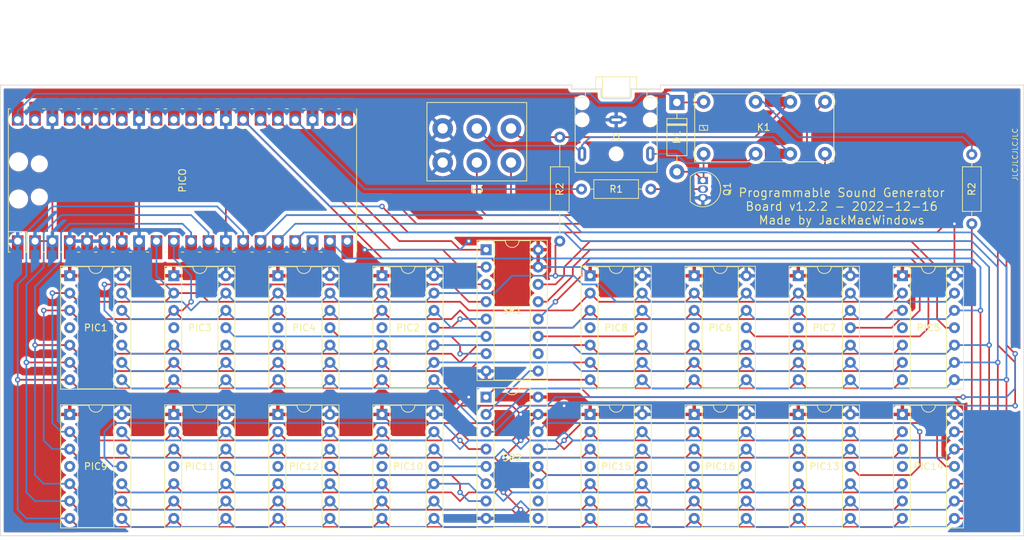
<source format=kicad_pcb>
(kicad_pcb (version 20211014) (generator pcbnew)
  (layers (0 "F.Cu" signal) (31 "B.Cu" signal) (34 "B.Paste" user) (35 "F.Paste" user) (36 "B.SilkS" user "B.Silkscreen") (37 "F.SilkS" user "F.Silkscreen") (38 "B.Mask" user) (39 "F.Mask" user) (44 "Edge.Cuts" user))
  (net 0 "")
  (net 1 "Ground")
  (net 2 "VDD")
  (net 3 "D0")
  (net 4 "D1")
  (net 5 "D2")
  (net 6 "D3")
  (net 7 "D4")
  (net 8 "D5")
  (net 9 "D6")
  (net 10 "D7")
  (net 11 "DC")
  (net 12 "SST")
  (net 13 "SDA")
  (net 14 "SCL")
  (net 15 "Audio_In")
  (net 16 "INT1")
  (net 17 "INT2")
  (net 18 "INT3")
  (net 19 "INT4")
  (net 20 "INT5")
  (net 21 "INT6")
  (net 22 "INT7")
  (net 23 "INT8")
  (net 24 "INT9")
  (net 25 "INT10")
  (net 26 "INT11")
  (net 27 "INT12")
  (net 28 "INT13")
  (net 29 "INT14")
  (net 30 "INT15")
  (net 31 "INT16")
  (net 32 "SDA_Chain")
  (net 33 "Audio_Out")
  (net 34 "Audio_Out_R")
  (net 35 "Audio_In_R")
  (net 36 "Audio_Pin_R")
  (net 37 "Audio_In_R_Amp")
  (net 38 "5V")
  (net 39 "Relay_Sink")
  (net 40 "T_Base")
  (net 41 "Stereo")
  (net 42 "Audio_In_Amp")
  (net 43 "Audio_In_R_Res")
  (footprint "Package_DIP:DIP-14_W7.62mm_Socket" (layer "F.Cu") (at 129.54 72.39)
    (fp_text reference "REF**" hide)
    (fp_text value "DIP-14_W7.62mm_Socket")
  )
  (footprint "Resistor_THT:R_Axial_DIN0207_L6.3mm_D2.5mm_P15.24mm_Horizontal" (layer "F.Cu") (at 109.855 46.99 90)
    (fp_text reference "R2")
    (fp_text value "150K")
  )
  (footprint "Package_DIP:DIP-14_W7.62mm_Socket" (layer "F.Cu") (at 129.54 52.07)
    (fp_text reference "REF**" hide)
    (fp_text value "DIP-14_W7.62mm_Socket")
  )
  (footprint "Potentiometer_THT:Potentiometer_Bourns_PDB182-K_Horizontal" (layer "F.Cu") (at 92.71 30.48)
    (fp_text reference "R3")
    (fp_text value "Potentiometer_Bourns_PDB182-K_Horizontal")
  )
  (footprint "Package_DIP:DIP-14_W7.62mm_Socket" (layer "F.Cu") (at 83.82 52.07)
    (fp_text reference "REF**" hide)
    (fp_text value "DIP-14_W7.62mm_Socket")
  )
  (footprint "Connector_Audio:Jack_3.5mm_CUI_SJ1-3523N_Horizontal" (layer "F.Cu") (at 118.11 29.21 180)
    (fp_text reference "J1")
    (fp_text value "Jack_3.5mm_CUI_SJ1-3523N_Horizontal")
    (fp_line (start 1.8 3.1) (end -1.8 3.1) (layer "Edge.Cuts") (width 0.12))
    (fp_line (start -2.2 4.5) (end -6.5 4.5) (layer "Edge.Cuts") (width 0.12))
    (fp_line (start 2.2 4.5) (end 6.5 4.5) (layer "Edge.Cuts") (width 0.12))
    (fp_line (start 2.2 3.5) (end 2.2 4.5) (layer "Edge.Cuts") (width 0.12))
    (fp_line (start -2.2 3.5) (end -2.2 4.5) (layer "Edge.Cuts") (width 0.12))
    (fp_arc (start 1.8 3.1) (mid 2.082843 3.217157) (end 2.2 3.5) (layer "Edge.Cuts") (width 0.12))
    (fp_arc (start -2.2 3.5) (mid -2.082842 3.217158) (end -1.8 3.1) (layer "Edge.Cuts") (width 0.12))
  )
  (footprint "Package_DIP:DIP-14_W7.62mm_Socket" (layer "F.Cu") (at 160.02 72.39)
    (fp_text reference "REF**" hide)
    (fp_text value "DIP-14_W7.62mm_Socket")
  )
  (footprint "Package_DIP:DIP-14_W7.62mm_Socket" (layer "F.Cu") (at 114.3 72.39)
    (fp_text reference "REF**" hide)
    (fp_text value "DIP-14_W7.62mm_Socket")
  )
  (footprint "" (layer "F.Cu") (at 143.14 34.29 90)
    (fp_text reference "")
    (fp_text value "")
  )
  (footprint "Package_DIP:DIP-16_W7.62mm_Socket" (layer "F.Cu") (at 99.07 48.25)
    (fp_text reference "REF**" hide)
    (fp_text value "DIP-16_W7.62mm_Socket")
  )
  (footprint "Package_DIP:DIP-14_W7.62mm_Socket" (layer "F.Cu") (at 53.34 72.39)
    (fp_text reference "REF**" hide)
    (fp_text value "DIP-14_W7.62mm_Socket")
  )
  (footprint "" (layer "F.Cu") (at 143.14 26.67 90)
    (fp_text reference "")
    (fp_text value "")
  )
  (footprint "Package_DIP:DIP-14_W7.62mm_Socket" (layer "F.Cu") (at 114.3 52.07)
    (fp_text reference "REF**" hide)
    (fp_text value "DIP-14_W7.62mm_Socket")
  )
  (footprint "Package_TO_SOT_THT:TO-92_Inline" (layer "F.Cu") (at 130.81 38.1 -90)
    (fp_text reference "Q1")
    (fp_text value "TO-92_Inline")
  )
  (footprint "Package_DIP:DIP-14_W7.62mm_Socket" (layer "F.Cu") (at 38.1 72.39)
    (fp_text reference "REF**" hide)
    (fp_text value "DIP-14_W7.62mm_Socket")
  )
  (footprint "MCU_RaspberryPi_and_Boards:RPi_Pico_SMD_TH" (layer "F.Cu") (at 54.61 38.1 90)
    (fp_text reference "PICO")
    (fp_text value "RPi_Pico_SMD_TH")
  )
  (footprint "Package_DIP:DIP-14_W7.62mm_Socket" (layer "F.Cu") (at 38.1 52.07)
    (fp_text reference "REF**" hide)
    (fp_text value "DIP-14_W7.62mm_Socket")
  )
  (footprint "Package_DIP:DIP-14_W7.62mm_Socket" (layer "F.Cu") (at 68.58 52.07)
    (fp_text reference "REF**" hide)
    (fp_text value "DIP-14_W7.62mm_Socket")
  )
  (footprint "Package_DIP:DIP-14_W7.62mm_Socket" (layer "F.Cu") (at 68.58 72.39)
    (fp_text reference "REF**" hide)
    (fp_text value "DIP-14_W7.62mm_Socket")
  )
  (footprint "Package_DIP:DIP-14_W7.62mm_Socket" (layer "F.Cu") (at 144.78 52.07)
    (fp_text reference "REF**" hide)
    (fp_text value "DIP-14_W7.62mm_Socket")
  )
  (footprint "Relay_THT:Relay_DPDT_CIT_J104D" (layer "F.Cu") (at 129.61 25.4)
    (fp_text reference "K1")
    (fp_text value "Relay_DPDT_CIT_J104D")
  )
  (footprint "Resistor_THT:R_Axial_DIN0207_L6.3mm_D2.5mm_P10.16mm_Horizontal" (layer "F.Cu") (at 113.03 39.37)
    (fp_text reference "R1")
    (fp_text value "1K")
  )
  (footprint "Package_DIP:DIP-16_W7.62mm_Socket" (layer "F.Cu") (at 99.06 69.85)
    (fp_text reference "REF**" hide)
    (fp_text value "DIP-16_W7.62mm_Socket")
  )
  (footprint "Package_DIP:DIP-14_W7.62mm_Socket" (layer "F.Cu") (at 160.02 52.07)
    (fp_text reference "REF**" hide)
    (fp_text value "DIP-14_W7.62mm_Socket")
  )
  (footprint "Resistor_THT:R_Axial_DIN0207_L6.3mm_D2.5mm_P10.16mm_Horizontal" (layer "F.Cu") (at 170.18 44.45 90)
    (fp_text reference "R2")
    (fp_text value "150K")
  )
  (footprint "Package_DIP:DIP-14_W7.62mm_Socket" (layer "F.Cu") (at 53.34 52.07)
    (fp_text reference "REF**" hide)
    (fp_text value "DIP-14_W7.62mm_Socket")
  )
  (footprint "Package_DIP:DIP-14_W7.62mm_Socket" (layer "F.Cu") (at 144.78 72.39)
    (fp_text reference "REF**" hide)
    (fp_text value "DIP-14_W7.62mm_Socket")
  )
  (footprint "Package_DIP:DIP-14_W7.62mm_Socket" (layer "F.Cu") (at 83.82 72.39)
    (fp_text reference "REF**" hide)
    (fp_text value "DIP-14_W7.62mm_Socket")
  )
  (footprint "Diode_THT:D_DO-41_SOD81_P10.16mm_Horizontal" (layer "F.Cu") (at 127 26.67 -90)
    (fp_text reference "D1")
    (fp_text value "D_DO-41_SOD81_P10.16mm_Horizontal")
  )
  (gr_line (start 27.94 90.17) (end 177.8 90.17) (layer "Edge.Cuts") (width 0.1))
  (gr_line (start 111.61 24.13) (end 111.61 24.71) (layer "Edge.Cuts") (width 0.1))
  (gr_line (start 124.61 24.13) (end 177.8 24.13) (layer "Edge.Cuts") (width 0.1))
  (gr_line (start 27.94 24.13) (end 27.94 90.17) (layer "Edge.Cuts") (width 0.1))
  (gr_line (start 111.61 24.13) (end 27.94 24.13) (layer "Edge.Cuts") (width 0.1))
  (gr_line (start 124.61 24.13) (end 124.61 24.71) (layer "Edge.Cuts") (width 0.1))
  (gr_line (start 177.8 90.17) (end 177.8 24.13) (layer "Edge.Cuts") (width 0.1))
  (gr_text "SR2" (at 102.87 78.74) (layer "F.SilkS") (effects (font (size 1 1))))
  (gr_text "PIC4" (at 72.39 59.69) (layer "F.SilkS") (effects (font (size 1 1))))
  (gr_text "PIC13" (at 148.59 80.01) (layer "F.SilkS") (effects (font (size 1 1))))
  (gr_text "PIC15" (at 118.11 80.01) (layer "F.SilkS") (effects (font (size 1 1))))
  (gr_text "PIC1" (at 41.91 59.69) (layer "F.SilkS") (effects (font (size 1 1))))
  (gr_text "PIC16" (at 133.35 80.01) (layer "F.SilkS") (effects (font (size 1 1))))
  (gr_text "PIC9" (at 41.91 80.01) (layer "F.SilkS") (effects (font (size 1 1))))
  (gr_text "Programmable Sound Generator\nBoard v1.2.2 - 2022-12-16\nMade by JackMacWindows" (at 151.13 41.91) (layer "F.SilkS") (effects (font (size 1.25 1.25))))
  (gr_text "PIC2" (at 87.63 59.69) (layer "F.SilkS") (effects (font (size 1 1))))
  (gr_text "PIC12" (at 72.39 80.01) (layer "F.SilkS") (effects (font (size 1 1))))
  (gr_text "PIC11" (at 57.15 80.01) (layer "F.SilkS") (effects (font (size 1 1))))
  (gr_text "JLCJLCJLCJLC" (at 176.53 34.29 90) (layer "F.SilkS") (effects (font (size 0.75 0.75) (thickness 0.1))))
  (gr_text "PIC3" (at 57.15 59.69) (layer "F.SilkS") (effects (font (size 1 1))))
  (gr_text "PIC6" (at 133.35 59.69) (layer "F.SilkS") (effects (font (size 1 1))))
  (gr_text "PIC14" (at 163.83 80.01) (layer "F.SilkS") (effects (font (size 1 1))))
  (gr_text "PIC5" (at 163.83 59.69) (layer "F.SilkS") (effects (font (size 1 1))))
  (gr_text "PIC8" (at 118.11 59.69) (layer "F.SilkS") (effects (font (size 1 1))))
  (gr_text "PIC7" (at 148.59 59.69) (layer "F.SilkS") (effects (font (size 1 1))))
  (gr_text "SR1" (at 102.87 57.15) (layer "F.SilkS") (effects (font (size 1 1))))
  (gr_text "PIC10" (at 87.63 80.01) (layer "F.SilkS") (effects (font (size 1 1))))
  (segment (start 104.14 72.39) (end 102.87 71.12) (width 0.25) (layer "F.Cu") (net 1))
  (segment (start 102.87 71.12) (end 95.25 71.12) (width 0.25) (layer "F.Cu") (net 1))
  (segment (start 95.25 71.12) (end 96.52 69.85) (width 0.25) (layer "F.Cu") (net 1))
  (segment (start 93.98 72.39) (end 95.25 71.12) (width 0.25) (layer "F.Cu") (net 1))
  (segment (start 167.64 52.07) (end 167.64 44.45) (width 0.25) (layer "F.Cu") (net 1))
  (segment (start 33.02 46.99) (end 35.56 46.99) (width 0.25) (layer "F.Cu") (net 1))
  (segment (start 105.41 71.12) (end 104.14 72.39) (width 0.25) (layer "F.Cu") (net 1))
  (segment (start 91.44 72.39) (end 93.98 72.39) (width 0.25) (layer "F.Cu") (net 1))
  (segment (start 104.14 86.36) (end 101.6 83.82) (width 0.25) (layer "F.Cu") (net 1))
  (segment (start 101.6 78.74) (end 104.14 76.2) (width 0.25) (layer "F.Cu") (net 1))
  (segment (start 35.56 46.99) (end 35.56 29.21) (width 0.25) (layer "F.Cu") (net 1))
  (segment (start 48.26 46.99) (end 48.26 29.21) (width 0.25) (layer "F.Cu") (net 1))
  (segment (start 110.49 71.12) (end 105.41 71.12) (width 0.25) (layer "F.Cu") (net 1))
  (segment (start 60.96 46.99) (end 60.96 29.21) (width 0.25) (layer "F.Cu") (net 1))
  (via (at 167.64 44.45) (size 0.8) (drill 0.4) (layers "F.Cu" "B.Cu") (net 1))
  (via (at 110.49 71.12) (size 0.8) (drill 0.4) (layers "F.Cu" "B.Cu") (net 1))
  (via (at 104.14 72.39) (size 0.8) (drill 0.4) (layers "F.Cu" "B.Cu") (net 1))
  (via (at 104.14 86.36) (size 0.8) (drill 0.4) (layers "F.Cu" "B.Cu") (net 1))
  (via (at 96.52 69.85) (size 0.8) (drill 0.4) (layers "F.Cu" "B.Cu") (net 1))
  (via (at 101.6 78.74) (size 0.8) (drill 0.4) (layers "F.Cu" "B.Cu") (net 1))
  (via (at 104.14 76.2) (size 0.8) (drill 0.4) (layers "F.Cu" "B.Cu") (net 1))
  (via (at 101.6 83.82) (size 0.8) (drill 0.4) (layers "F.Cu" "B.Cu") (net 1))
  (segment (start 85.09 73.66) (end 83.82 72.39) (width 0.25) (layer "F.Cu") (net 2))
  (segment (start 105.41 73.66) (end 85.09 73.66) (width 0.25) (layer "F.Cu") (net 2))
  (segment (start 106.68 72.39) (end 105.41 73.66) (width 0.25) (layer "F.Cu") (net 2))
  (via (at 81.28 48.26) (size 0.8) (drill 0.4) (layers "F.Cu" "B.Cu") (net 2))
  (via (at 96.52 46.99) (size 0.8) (drill 0.4) (layers "F.Cu" "B.Cu") (net 2))
  (segment (start 114.3 52.07) (end 113.02 50.79) (width 0.25) (layer "B.Cu") (net 2))
  (segment (start 81.28 48.26) (end 95.25 48.26) (width 0.25) (layer "B.Cu") (net 2))
  (segment (start 95.25 48.26) (end 96.52 46.99) (width 0.25) (layer "B.Cu") (net 2))
  (segment (start 113.02 50.79) (end 106.69 50.79) (width 0.25) (layer "B.Cu") (net 2))
  (segment (start 171.45 82.55) (end 167.64 82.55) (width 0.25) (layer "F.Cu") (net 3))
  (segment (start 172.72 62.23) (end 172.72 81.28) (width 0.25) (layer "F.Cu") (net 3))
  (segment (start 172.72 81.28) (end 171.45 82.55) (width 0.25) (layer "F.Cu") (net 3))
  (via (at 172.72 62.23) (size 0.8) (drill 0.4) (layers "F.Cu" "B.Cu") (net 3))
  (segment (start 46.99 63.5) (end 59.69 63.5) (width 0.25) (layer "B.Cu") (net 3))
  (segment (start 166.37 83.82) (end 167.64 82.55) (width 0.25) (layer "B.Cu") (net 3))
  (segment (start 90.17 63.5) (end 91.44 62.23) (width 0.25) (layer "B.Cu") (net 3))
  (segment (start 172.72 50.8) (end 170.18 48.26) (width 0.25) (layer "B.Cu") (net 3))
  (segment (start 76.2 82.55) (end 77.47 83.82) (width 0.25) (layer "B.Cu") (net 3))
  (segment (start 123.19 83.82) (end 135.89 83.82) (width 0.25) (layer "B.Cu") (net 3))
  (segment (start 91.44 82.55) (end 96.52 82.55) (width 0.25) (layer "B.Cu") (net 3))
  (segment (start 76.2 62.23) (end 77.47 63.5) (width 0.25) (layer "B.Cu") (net 3))
  (segment (start 110.49 45.72) (end 72.39 45.72) (width 0.25) (layer "B.Cu") (net 3))
  (segment (start 96.52 82.55) (end 97.79 83.82) (width 0.25) (layer "B.Cu") (net 3))
  (segment (start 138.43 63.5) (end 151.13 63.5) (width 0.25) (layer "B.Cu") (net 3))
  (segment (start 97.79 83.82) (end 100.33 83.82) (width 0.25) (layer "B.Cu") (net 3))
  (segment (start 135.89 63.5) (end 137.16 62.23) (width 0.25) (layer "B.Cu") (net 3))
  (segment (start 46.99 83.82) (end 59.69 83.82) (width 0.25) (layer "B.Cu") (net 3))
  (segment (start 62.23 83.82) (end 74.93 83.82) (width 0.25) (layer "B.Cu") (net 3))
  (segment (start 113.03 48.26) (end 110.49 45.72) (width 0.25) (layer "B.Cu") (net 3))
  (segment (start 120.65 83.82) (end 121.92 82.55) (width 0.25) (layer "B.Cu") (net 3))
  (segment (start 137.16 82.55) (end 138.43 83.82) (width 0.25) (layer "B.Cu") (net 3))
  (segment (start 90.17 83.82) (end 91.44 82.55) (width 0.25) (layer "B.Cu") (net 3))
  (segment (start 152.4 82.55) (end 153.67 83.82) (width 0.25) (layer "B.Cu") (net 3))
  (segment (start 121.92 62.23) (end 123.19 63.5) (width 0.25) (layer "B.Cu") (net 3))
  (segment (start 135.89 83.82) (end 137.16 82.55) (width 0.25) (layer "B.Cu") (net 3))
  (segment (start 91.44 62.23) (end 111.76 62.23) (width 0.25) (layer "B.Cu") (net 3))
  (segment (start 153.67 83.82) (end 166.37 83.82) (width 0.25) (layer "B.Cu") (net 3))
  (segment (start 60.96 82.55) (end 62.23 83.82) (width 0.25) (layer "B.Cu") (net 3))
  (segment (start 45.72 82.55) (end 46.99 83.82) (width 0.25) (layer "B.Cu") (net 3))
  (segment (start 113.03 63.5) (end 120.65 63.5) (width 0.25) (layer "B.Cu") (net 3))
  (segment (start 138.43 83.82) (end 151.13 83.82) (width 0.25) (layer "B.Cu") (net 3))
  (segment (start 101.6 85.09) (end 102.87 83.82) (width 0.25) (layer "B.Cu") (net 3))
  (segment (start 59.69 83.82) (end 60.96 82.55) (width 0.25) (layer "B.Cu") (net 3))
  (segment (start 74.93 83.82) (end 76.2 82.55) (width 0.25) (layer "B.Cu") (net 3))
  (segment (start 72.39 45.72) (end 71.12 46.99) (width 0.25) (layer "B.Cu") (net 3))
  (segment (start 153.67 63.5) (end 166.37 63.5) (width 0.25) (layer "B.Cu") (net 3))
  (segment (start 172.72 62.23) (end 172.72 50.8) (width 0.25) (layer "B.Cu") (net 3))
  (segment (start 100.33 83.82) (end 101.6 85.09) (width 0.25) (layer "B.Cu") (net 3))
  (segment (start 102.87 83.82) (end 120.65 83.82) (width 0.25) (layer "B.Cu") (net 3))
  (segment (start 123.19 63.5) (end 135.89 63.5) (width 0.25) (layer "B.Cu") (net 3))
  (segment (start 166.37 63.5) (end 167.64 62.23) (width 0.25) (layer "B.Cu") (net 3))
  (segment (start 120.65 63.5) (end 121.92 62.23) (width 0.25) (layer "B.Cu") (net 3))
  (segment (start 121.92 82.55) (end 123.19 83.82) (width 0.25) (layer "B.Cu") (net 3))
  (segment (start 172.72 62.23) (end 167.64 62.23) (width 0.25) (layer "B.Cu") (net 3))
  (segment (start 77.47 83.82) (end 90.17 83.82) (width 0.25) (layer "B.Cu") (net 3))
  (segment (start 45.72 62.23) (end 46.99 63.5) (width 0.25) (layer "B.Cu") (net 3))
  (segment (start 77.47 63.5) (end 90.17 63.5) (width 0.25) (layer "B.Cu") (net 3))
  (segment (start 170.18 48.26) (end 113.03 48.26) (width 0.25) (layer "B.Cu") (net 3))
  (segment (start 62.23 63.5) (end 74.93 63.5) (width 0.25) (layer "B.Cu") (net 3))
  (segment (start 151.13 83.82) (end 152.4 82.55) (width 0.25) (layer "B.Cu") (net 3))
  (segment (start 137.16 62.23) (end 138.43 63.5) (width 0.25) (layer "B.Cu") (net 3))
  (segment (start 152.4 62.23) (end 153.67 63.5) (width 0.25) (layer "B.Cu") (net 3))
  (segment (start 60.96 62.23) (end 62.23 63.5) (width 0.25) (layer "B.Cu") (net 3))
  (segment (start 59.69 63.5) (end 60.96 62.23) (width 0.25) (layer "B.Cu") (net 3))
  (segment (start 74.93 63.5) (end 76.2 62.23) (width 0.25) (layer "B.Cu") (net 3))
  (segment (start 111.76 62.23) (end 113.03 63.5) (width 0.25) (layer "B.Cu") (net 3))
  (segment (start 151.13 63.5) (end 152.4 62.23) (width 0.25) (layer "B.Cu") (net 3))
  (segment (start 173.99 64.77) (end 173.99 83.82) (width 0.25) (layer "F.Cu") (net 4))
  (segment (start 173.99 83.82) (end 172.72 85.09) (width 0.25) (layer "F.Cu") (net 4))
  (segment (start 172.72 85.09) (end 167.64 85.09) (width 0.25) (layer "F.Cu") (net 4))
  (via (at 173.99 64.77) (size 0.8) (drill 0.4) (layers "F.Cu" "B.Cu") (net 4))
  (segment (start 123.19 86.36) (end 135.89 86.36) (width 0.25) (layer "B.Cu") (net 4))
  (segment (start 60.96 64.77) (end 62.23 66.04) (width 0.25) (layer "B.Cu") (net 4))
  (segment (start 173.99 50.8) (end 170.18 46.99) (width 0.25) (layer "B.Cu") (net 4))
  (segment (start 46.99 66.04) (end 59.69 66.04) (width 0.25) (layer "B.Cu") (net 4))
  (segment (start 151.13 66.04) (end 152.4 64.77) (width 0.25) (layer "B.Cu") (net 4))
  (segment (start 121.92 85.09) (end 123.19 86.36) (width 0.25) (layer "B.Cu") (net 4))
  (segment (start 121.92 64.77) (end 123.19 66.04) (width 0.25) (layer "B.Cu") (net 4))
  (segment (start 104.14 85.09) (end 105.41 86.36) (width 0.25) (layer "B.Cu") (net 4))
  (segment (start 152.4 64.77) (end 153.67 66.04) (width 0.25) (layer "B.Cu") (net 4))
  (segment (start 90.17 86.36) (end 91.44 85.09) (width 0.25) (layer "B.Cu") (net 4))
  (segment (start 77.47 66.04) (end 90.17 66.04) (width 0.25) (layer "B.Cu") (net 4))
  (segment (start 170.18 46.99) (end 113.03 46.99) (width 0.25) (layer "B.Cu") (net 4))
  (segment (start 59.69 66.04) (end 60.96 64.77) (width 0.25) (layer "B.Cu") (net 4))
  (segment (start 71.12 44.45) (end 68.58 46.99) (width 0.25) (layer "B.Cu") (net 4))
  (segment (start 135.89 66.04) (end 137.16 64.77) (width 0.25) (layer "B.Cu") (net 4))
  (segment (start 92.71 86.36) (end 102.87 86.36) (width 0.25) (layer "B.Cu") (net 4))
  (segment (start 77.47 86.36) (end 90.17 86.36) (width 0.25) (layer "B.Cu") (net 4))
  (segment (start 113.03 46.99) (end 110.49 44.45) (width 0.25) (layer "B.Cu") (net 4))
  (segment (start 135.89 86.36) (end 137.16 85.09) (width 0.25) (layer "B.Cu") (net 4))
  (segment (start 120.65 86.36) (end 121.92 85.09) (width 0.25) (layer "B.Cu") (net 4))
  (segment (start 153.67 86.36) (end 166.37 86.36) (width 0.25) (layer "B.Cu") (net 4))
  (segment (start 166.37 86.36) (end 167.64 85.09) (width 0.25) (layer "B.Cu") (net 4))
  (segment (start 138.43 86.36) (end 151.13 86.36) (width 0.25) (layer "B.Cu") (net 4))
  (segment (start 74.93 66.04) (end 76.2 64.77) (width 0.25) (layer "B.Cu") (net 4))
  (segment (start 173.99 64.77) (end 167.64 64.77) (width 0.25) (layer "B.Cu") (net 4))
  (segment (start 62.23 66.04) (end 74.93 66.04) (width 0.25) (layer "B.Cu") (net 4))
  (segment (start 76.2 85.09) (end 77.47 86.36) (width 0.25) (layer "B.Cu") (net 4))
  (segment (start 76.2 64.77) (end 77.47 66.04) (width 0.25) (layer "B.Cu") (net 4))
  (segment (start 111.76 64.77) (end 113.03 66.04) (width 0.25) (layer "B.Cu") (net 4))
  (segment (start 91.44 64.77) (end 111.76 64.77) (width 0.25) (layer "B.Cu") (net 4))
  (segment (start 74.93 86.36) (end 76.2 85.09) (width 0.25) (layer "B.Cu") (net 4))
  (segment (start 45.72 64.77) (end 46.99 66.04) (width 0.25) (layer "B.Cu") (net 4))
  (segment (start 137.16 85.09) (end 138.43 86.36) (width 0.25) (layer "B.Cu") (net 4))
  (segment (start 153.67 66.04) (end 166.37 66.04) (width 0.25) (layer "B.Cu") (net 4))
  (segment (start 91.44 85.09) (end 92.71 86.36) (width 0.25) (layer "B.Cu") (net 4))
  (segment (start 138.43 66.04) (end 151.13 66.04) (width 0.25) (layer "B.Cu") (net 4))
  (segment (start 46.99 86.36) (end 59.69 86.36) (width 0.25) (layer "B.Cu") (net 4))
  (segment (start 120.65 66.04) (end 121.92 64.77) (width 0.25) (layer "B.Cu") (net 4))
  (segment (start 45.72 85.09) (end 46.99 86.36) (width 0.25) (layer "B.Cu") (net 4))
  (segment (start 102.87 86.36) (end 104.14 85.09) (width 0.25) (layer "B.Cu") (net 4))
  (segment (start 123.19 66.04) (end 135.89 66.04) (width 0.25) (layer "B.Cu") (net 4))
  (segment (start 90.17 66.04) (end 91.44 64.77) (width 0.25) (layer "B.Cu") (net 4))
  (segment (start 166.37 66.04) (end 167.64 64.77) (width 0.25) (layer "B.Cu") (net 4))
  (segment (start 113.03 66.04) (end 120.65 66.04) (width 0.25) (layer "B.Cu") (net 4))
  (segment (start 105.41 86.36) (end 120.65 86.36) (width 0.25) (layer "B.Cu") (net 4))
  (segment (start 60.96 85.09) (end 62.23 86.36) (width 0.25) (layer "B.Cu") (net 4))
  (segment (start 59.69 86.36) (end 60.96 85.09) (width 0.25) (layer "B.Cu") (net 4))
  (segment (start 137.16 64.77) (end 138.43 66.04) (width 0.25) (layer "B.Cu") (net 4))
  (segment (start 152.4 85.09) (end 153.67 86.36) (width 0.25) (layer "B.Cu") (net 4))
  (segment (start 173.99 64.77) (end 173.99 50.8) (width 0.25) (layer "B.Cu") (net 4))
  (segment (start 110.49 44.45) (end 71.12 44.45) (width 0.25) (layer "B.Cu") (net 4))
  (segment (start 62.23 86.36) (end 74.93 86.36) (width 0.25) (layer "B.Cu") (net 4))
  (segment (start 151.13 86.36) (end 152.4 85.09) (width 0.25) (layer "B.Cu") (net 4))
  (segment (start 173.99 87.63) (end 167.64 87.63) (width 0.25) (layer "F.Cu") (net 5))
  (segment (start 175.26 86.36) (end 173.99 87.63) (width 0.25) (layer "F.Cu") (net 5))
  (segment (start 175.26 67.31) (end 175.26 86.36) (width 0.25) (layer "F.Cu") (net 5))
  (via (at 175.26 67.31) (size 0.8) (drill 0.4) (layers "F.Cu" "B.Cu") (net 5))
  (segment (start 77.47 88.9) (end 90.17 88.9) (width 0.25) (layer "B.Cu") (net 5))
  (segment (start 46.99 88.9) (end 59.69 88.9) (width 0.25) (layer "B.Cu") (net 5))
  (segment (start 166.37 88.9) (end 167.64 87.63) (width 0.25) (layer "B.Cu") (net 5))
  (segment (start 60.96 87.63) (end 62.23 88.9) (width 0.25) (layer "B.Cu") (net 5))
  (segment (start 123.19 68.58) (end 135.89 68.58) (width 0.25) (layer "B.Cu") (net 5))
  (segment (start 46.99 68.58) (end 59.69 68.58) (width 0.25) (layer "B.Cu") (net 5))
  (segment (start 135.89 68.58) (end 137.16 67.31) (width 0.25) (layer "B.Cu") (net 5))
  (segment (start 166.37 68.58) (end 167.64 67.31) (width 0.25) (layer "B.Cu") (net 5))
  (segment (start 62.23 68.58) (end 74.93 68.58) (width 0.25) (layer "B.Cu") (net 5))
  (segment (start 76.2 67.31) (end 77.47 68.58) (width 0.25) (layer "B.Cu") (net 5))
  (segment (start 97.79 73.66) (end 100.33 73.66) (width 0.25) (layer "B.Cu") (net 5))
  (segment (start 123.19 88.9) (end 135.89 88.9) (width 0.25) (layer "B.Cu") (net 5))
  (segment (start 175.26 67.31) (end 167.64 67.31) (width 0.25) (layer "B.Cu") (net 5))
  (segment (start 74.93 68.58) (end 76.2 67.31) (width 0.25) (layer "B.Cu") (net 5))
  (segment (start 90.17 68.58) (end 91.44 67.31) (width 0.25) (layer "B.Cu") (net 5))
  (segment (start 175.26 67.31) (end 175.26 50.8) (width 0.25) (layer "B.Cu") (net 5))
  (segment (start 135.89 88.9) (end 137.16 87.63) (width 0.25) (layer "B.Cu") (net 5))
  (segment (start 91.44 67.31) (end 97.79 73.66) (width 0.25) (layer "B.Cu") (net 5))
  (segment (start 77.47 68.58) (end 90.17 68.58) (width 0.25) (layer "B.Cu") (net 5))
  (segment (start 69.85 43.18) (end 66.04 46.99) (width 0.25) (layer "B.Cu") (net 5))
  (segment (start 120.65 88.9) (end 121.92 87.63) (width 0.25) (layer "B.Cu") (net 5))
  (segment (start 100.33 73.66) (end 105.41 68.58) (width 0.25) (layer "B.Cu") (net 5))
  (segment (start 59.69 88.9) (end 60.96 87.63) (width 0.25) (layer "B.Cu") (net 5))
  (segment (start 153.67 68.58) (end 166.37 68.58) (width 0.25) (layer "B.Cu") (net 5))
  (segment (start 152.4 67.31) (end 153.67 68.58) (width 0.25) (layer "B.Cu") (net 5))
  (segment (start 45.72 67.31) (end 46.99 68.58) (width 0.25) (layer "B.Cu") (net 5))
  (segment (start 113.03 45.72) (end 110.49 43.18) (width 0.25) (layer "B.Cu") (net 5))
  (segment (start 121.92 67.31) (end 123.19 68.58) (width 0.25) (layer "B.Cu") (net 5))
  (segment (start 90.17 88.9) (end 91.44 87.63) (width 0.25) (layer "B.Cu") (net 5))
  (segment (start 105.41 68.58) (end 120.65 68.58) (width 0.25) (layer "B.Cu") (net 5))
  (segment (start 91.44 87.63) (end 92.71 88.9) (width 0.25) (layer "B.Cu") (net 5))
  (segment (start 120.65 68.58) (end 121.92 67.31) (width 0.25) (layer "B.Cu") (net 5))
  (segment (start 62.23 88.9) (end 74.93 88.9) (width 0.25) (layer "B.Cu") (net 5))
  (segment (start 152.4 87.63) (end 153.67 88.9) (width 0.25) (layer "B.Cu") (net 5))
  (segment (start 153.67 88.9) (end 166.37 88.9) (width 0.25) (layer "B.Cu") (net 5))
  (segment (start 92.71 88.9) (end 120.65 88.9) (width 0.25) (layer "B.Cu") (net 5))
  (segment (start 76.2 87.63) (end 77.47 88.9) (width 0.25) (layer "B.Cu") (net 5))
  (segment (start 175.26 50.8) (end 170.18 45.72) (width 0.25) (layer "B.Cu") (net 5))
  (segment (start 138.43 88.9) (end 151.13 88.9) (width 0.25) (layer "B.Cu") (net 5))
  (segment (start 110.49 43.18) (end 69.85 43.18) (width 0.25) (layer "B.Cu") (net 5))
  (segment (start 59.69 68.58) (end 60.96 67.31) (width 0.25) (layer "B.Cu") (net 5))
  (segment (start 151.13 68.58) (end 152.4 67.31) (width 0.25) (layer "B.Cu") (net 5))
  (segment (start 138.43 68.58) (end 151.13 68.58) (width 0.25) (layer "B.Cu") (net 5))
  (segment (start 170.18 45.72) (end 113.03 45.72) (width 0.25) (layer "B.Cu") (net 5))
  (segment (start 74.93 88.9) (end 76.2 87.63) (width 0.25) (layer "B.Cu") (net 5))
  (segment (start 137.16 87.63) (end 138.43 88.9) (width 0.25) (layer "B.Cu") (net 5))
  (segment (start 121.92 87.63) (end 123.19 88.9) (width 0.25) (layer "B.Cu") (net 5))
  (segment (start 60.96 67.31) (end 62.23 68.58) (width 0.25) (layer "B.Cu") (net 5))
  (segment (start 151.13 88.9) (end 152.4 87.63) (width 0.25) (layer "B.Cu") (net 5))
  (segment (start 137.16 67.31) (end 138.43 68.58) (width 0.25) (layer "B.Cu") (net 5))
  (segment (start 45.72 87.63) (end 46.99 88.9) (width 0.25) (layer "B.Cu") (net 5))
  (segment (start 54.61 88.9) (end 67.31 88.9) (width 0.25) (layer "F.Cu") (net 6))
  (segment (start 68.58 87.63) (end 69.85 88.9) (width 0.25) (layer "F.Cu") (net 6))
  (segment (start 82.55 68.58) (end 83.82 67.31) (width 0.25) (layer "F.Cu") (net 6))
  (segment (start 143.51 88.9) (end 144.78 87.63) (width 0.25) (layer "F.Cu") (net 6))
  (segment (start 128.27 68.58) (end 129.54 67.31) (width 0.25) (layer "F.Cu") (net 6))
  (segment (start 39.37 68.58) (end 52.07 68.58) (width 0.25) (layer "F.Cu") (net 6))
  (segment (start 130.81 68.58) (end 143.51 68.58) (width 0.25) (layer "F.Cu") (net 6))
  (segment (start 113.03 88.9) (end 114.3 87.63) (width 0.25) (layer "F.Cu") (net 6))
  (segment (start 52.07 68.58) (end 53.34 67.31) (width 0.25) (layer "F.Cu") (net 6))
  (segment (start 68.58 67.31) (end 69.85 68.58) (width 0.25) (layer "F.Cu") (net 6))
  (segment (start 67.31 88.9) (end 68.58 87.63) (width 0.25) (layer "F.Cu") (net 6))
  (segment (start 115.57 88.9) (end 128.27 88.9) (width 0.25) (layer "F.Cu") (net 6))
  (segment (start 69.85 88.9) (end 82.55 88.9) (width 0.25) (layer "F.Cu") (net 6))
  (segment (start 97.79 67.31) (end 114.3 67.31) (width 0.25) (layer "F.Cu") (net 6))
  (segment (start 83.82 87.63) (end 85.09 88.9) (width 0.25) (layer "F.Cu") (net 6))
  (segment (start 85.09 68.58) (end 96.52 68.58) (width 0.25) (layer "F.Cu") (net 6))
  (segment (start 114.3 87.63) (end 115.57 88.9) (width 0.25) (layer "F.Cu") (net 6))
  (segment (start 39.37 88.9) (end 52.07 88.9) (width 0.25) (layer "F.Cu") (net 6))
  (segment (start 144.78 87.63) (end 146.05 88.9) (width 0.25) (layer "F.Cu") (net 6))
  (segment (start 53.34 87.63) (end 54.61 88.9) (width 0.25) (layer "F.Cu") (net 6))
  (segment (start 146.05 68.58) (end 158.75 68.58) (width 0.25) (layer "F.Cu") (net 6))
  (segment (start 114.3 67.31) (end 115.57 68.58) (width 0.25) (layer "F.Cu") (net 6))
  (segment (start 53.34 67.31) (end 54.61 68.58) (width 0.25) (layer "F.Cu") (net 6))
  (segment (start 83.82 67.31) (end 85.09 68.58) (width 0.25) (layer "F.Cu") (net 6))
  (segment (start 143.51 68.58) (end 144.78 67.31) (width 0.25) (layer "F.Cu") (net 6))
  (segment (start 85.09 88.9) (end 113.03 88.9) (width 0.25) (layer "F.Cu") (net 6))
  (segment (start 38.1 67.31) (end 39.37 68.58) (width 0.25) (layer "F.Cu") (net 6))
  (segment (start 146.05 88.9) (end 158.75 88.9) (width 0.25) (layer "F.Cu") (net 6))
  (segment (start 158.75 68.58) (end 160.02 67.31) (width 0.25) (layer "F.Cu") (net 6))
  (segment (start 82.55 88.9) (end 83.82 87.63) (width 0.25) (layer "F.Cu") (net 6))
  (segment (start 130.81 88.9) (end 143.51 88.9) (width 0.25) (layer "F.Cu") (net 6))
  (segment (start 67.31 68.58) (end 68.58 67.31) (width 0.25) (layer "F.Cu") (net 6))
  (segment (start 96.52 68.58) (end 97.79 67.31) (width 0.25) (layer "F.Cu") (net 6))
  (segment (start 38.1 87.63) (end 39.37 88.9) (width 0.25) (layer "F.Cu") (net 6))
  (segment (start 144.78 67.31) (end 146.05 68.58) (width 0.25) (layer "F.Cu") (net 6))
  (segment (start 30.48 67.31) (end 38.1 67.31) (width 0.25) (layer "F.Cu") (net 6))
  (segment (start 52.07 88.9) (end 53.34 87.63) (width 0.25) (layer "F.Cu") (net 6))
  (segment (start 129.54 87.63) (end 130.81 88.9) (width 0.25) (layer "F.Cu") (net 6))
  (segment (start 54.61 68.58) (end 67.31 68.58) (width 0.25) (layer "F.Cu") (net 6))
  (segment (start 158.75 88.9) (end 160.02 87.63) (width 0.25) (layer "F.Cu") (net 6))
  (segment (start 128.27 88.9) (end 129.54 87.63) (width 0.25) (layer "F.Cu") (net 6))
  (segment (start 129.54 67.31) (end 130.81 68.58) (width 0.25) (layer "F.Cu") (net 6))
  (segment (start 115.57 68.58) (end 128.27 68.58) (width 0.25) (layer "F.Cu") (net 6))
  (segment (start 69.85 68.58) (end 82.55 68.58) (width 0.25) (layer "F.Cu") (net 6))
  (via (at 30.48 67.31) (size 0.8) (drill 0.4) (layers "F.Cu" "B.Cu") (net 6))
  (segment (start 31.75 45.72) (end 35.56 41.91) (width 0.25) (layer "B.Cu") (net 6))
  (segment (start 31.75 87.63) (end 38.1 87.63) (width 0.25) (layer "B.Cu") (net 6))
  (segment (start 63.5 45.72) (end 63.5 46.99) (width 0.25) (layer "B.Cu") (net 6))
  (segment (start 35.56 41.91) (end 59.69 41.91) (width 0.25) (layer "B.Cu") (net 6))
  (segment (start 30.48 86.36) (end 31.75 87.63) (width 0.25) (layer "B.Cu") (net 6))
  (segment (start 30.48 67.31) (end 30.48 53.34) (width 0.25) (layer "B.Cu") (net 6))
  (segment (start 30.48 67.31) (end 30.48 86.36) (width 0.25) (layer "B.Cu") (net 6))
  (segment (start 59.69 41.91) (end 63.5 45.72) (width 0.25) (layer "B.Cu") (net 6))
  (segment (start 30.48 53.34) (end 31.75 52.07) (width 0.25) (layer "B.Cu") (net 6))
  (segment (start 31.75 52.07) (end 31.75 45.72) (width 0.25) (layer "B.Cu") (net 6))
  (segment (start 128.27 86.36) (end 129.54 85.09) (width 0.25) (layer "F.Cu") (net 7))
  (segment (start 130.81 66.04) (end 143.51 66.04) (width 0.25) (layer "F.Cu") (net 7))
  (segment (start 115.57 86.36) (end 128.27 86.36) (width 0.25) (layer "F.Cu") (net 7))
  (segment (start 83.82 85.09) (end 85.09 86.36) (width 0.25) (layer "F.Cu") (net 7))
  (segment (start 85.09 86.36) (end 102.87 86.36) (width 0.25) (layer "F.Cu") (net 7))
  (segment (start 130.81 86.36) (end 143.51 86.36) (width 0.25) (layer "F.Cu") (net 7))
  (segment (start 82.55 66.04) (end 83.82 64.77) (width 0.25) (layer "F.Cu") (net 7))
  (segment (start 144.78 85.09) (end 146.05 86.36) (width 0.25) (layer "F.Cu") (net 7))
  (segment (start 69.85 66.04) (end 82.55 66.04) (width 0.25) (layer "F.Cu") (net 7))
  (segment (start 114.3 85.09) (end 115.57 86.36) (width 0.25) (layer "F.Cu") (net 7))
  (segment (start 144.78 64.77) (end 146.05 66.04) (width 0.25) (layer "F.Cu") (net 7))
  (segment (start 158.75 66.04) (end 160.02 64.77) (width 0.25) (layer "F.Cu") (net 7))
  (segment (start 129.54 64.77) (end 130.81 66.04) (width 0.25) (layer "F.Cu") (net 7))
  (segment (start 104.14 87.63) (end 105.41 86.36) (width 0.25) (layer "F.Cu") (net 7))
  (segment (start 105.41 86.36) (end 113.03 86.36) (width 0.25) (layer "F.Cu") (net 7))
  (segment (start 96.52 66.04) (end 97.79 64.77) (width 0.25) (layer "F.Cu") (net 7))
  (segment (start 113.03 86.36) (end 114.3 85.09) (width 0.25) (layer "F.Cu") (net 7))
  (segment (start 53.34 64.77) (end 54.61 66.04) (width 0.25) (layer "F.Cu") (net 7))
  (segment (start 39.37 86.36) (end 52.07 86.36) (width 0.25) (layer "F.Cu") (net 7))
  (segment (start 146.05 66.04) (end 158.75 66.04) (width 0.25) (layer "F.Cu") (net 7))
  (segment (start 85.09 66.04) (end 96.52 66.04) (width 0.25) (layer "F.Cu") (net 7))
  (segment (start 102.87 86.36) (end 104.14 87.63) (width 0.25) (layer "F.Cu") (net 7))
  (segment (start 129.54 85.09) (end 130.81 86.36) (width 0.25) (layer "F.Cu") (net 7))
  (segment (start 114.3 64.77) (end 115.57 66.04) (width 0.25) (layer "F.Cu") (net 7))
  (segment (start 115.57 66.04) (end 128.27 66.04) (width 0.25) (layer "F.Cu") (net 7))
  (segment (start 97.79 64.77) (end 114.3 64.77) (width 0.25) (layer "F.Cu") (net 7))
  (segment (start 54.61 86.36) (end 67.31 86.36) (width 0.25) (layer "F.Cu") (net 7))
  (segment (start 38.1 85.09) (end 39.37 86.36) (width 0.25) (layer "F.Cu") (net 7))
  (segment (start 31.75 64.77) (end 38.1 64.77) (width 0.25) (layer "F.Cu") (net 7))
  (segment (start 54.61 66.04) (end 67.31 66.04) (width 0.25) (layer "F.Cu") (net 7))
  (segment (start 68.58 85.09) (end 69.85 86.36) (width 0.25) (layer "F.Cu") (net 7))
  (segment (start 143.51 86.36) (end 144.78 85.09) (width 0.25) (layer "F.Cu") (net 7))
  (segment (start 82.55 86.36) (end 83.82 85.09) (width 0.25) (layer "F.Cu") (net 7))
  (segment (start 68.58 64.77) (end 69.85 66.04) (width 0.25) (layer "F.Cu") (net 7))
  (segment (start 146.05 86.36) (end 158.75 86.36) (width 0.25) (layer "F.Cu") (net 7))
  (segment (start 128.27 66.04) (end 129.54 64.77) (width 0.25) (layer "F.Cu") (net 7))
  (segment (start 83.82 64.77) (end 85.09 66.04) (width 0.25) (layer "F.Cu") (net 7))
  (segment (start 143.51 66.04) (end 144.78 64.77) (width 0.25) (layer "F.Cu") (net 7))
  (segment (start 53.34 85.09) (end 54.61 86.36) (width 0.25) (layer "F.Cu") (net 7))
  (segment (start 67.31 66.04) (end 68.58 64.77) (width 0.25) (layer "F.Cu") (net 7))
  (segment (start 67.31 86.36) (end 68.58 85.09) (width 0.25) (layer "F.Cu") (net 7))
  (segment (start 69.85 86.36) (end 82.55 86.36) (width 0.25) (layer "F.Cu") (net 7))
  (segment (start 52.07 66.04) (end 53.34 64.77) (width 0.25) (layer "F.Cu") (net 7))
  (segment (start 158.75 86.36) (end 160.02 85.09) (width 0.25) (layer "F.Cu") (net 7))
  (segment (start 39.37 66.04) (end 52.07 66.04) (width 0.25) (layer "F.Cu") (net 7))
  (segment (start 52.07 86.36) (end 53.34 85.09) (width 0.25) (layer "F.Cu") (net 7))
  (segment (start 38.1 64.77) (end 39.37 66.04) (width 0.25) (layer "F.Cu") (net 7))
  (via (at 31.75 64.77) (size 0.8) (drill 0.4) (layers "F.Cu" "B.Cu") (net 7))
  (segment (start 31.75 64.77) (end 31.75 83.82) (width 0.25) (layer "B.Cu") (net 7))
  (segment (start 31.75 64.77) (end 31.75 53.34) (width 0.25) (layer "B.Cu") (net 7))
  (segment (start 34.29 50.8) (end 34.29 45.72) (width 0.25) (layer "B.Cu") (net 7))
  (segment (start 31.75 53.34) (end 34.29 50.8) (width 0.25) (layer "B.Cu") (net 7))
  (segment (start 55.88 43.18) (end 58.42 45.72) (width 0.25) (layer "B.Cu") (net 7))
  (segment (start 31.75 83.82) (end 33.02 85.09) (width 0.25) (layer "B.Cu") (net 7))
  (segment (start 36.83 43.18) (end 55.88 43.18) (width 0.25) (layer "B.Cu") (net 7))
  (segment (start 58.42 45.72) (end 58.42 46.99) (width 0.25) (layer "B.Cu") (net 7))
  (segment (start 33.02 85.09) (end 38.1 85.09) (width 0.25) (layer "B.Cu") (net 7))
  (segment (start 34.29 45.72) (end 36.83 43.18) (width 0.25) (layer "B.Cu") (net 7))
  (segment (start 101.6 82.55) (end 102.87 83.82) (width 0.25) (layer "F.Cu") (net 8))
  (segment (start 95.25 64.77) (end 97.79 62.23) (width 0.25) (layer "F.Cu") (net 8))
  (segment (start 146.05 83.82) (end 158.75 83.82) (width 0.25) (layer "F.Cu") (net 8))
  (segment (start 158.75 83.82) (end 160.02 82.55) (width 0.25) (layer "F.Cu") (net 8))
  (segment (start 52.07 83.82) (end 53.34 82.55) (width 0.25) (layer "F.Cu") (net 8))
  (segment (start 67.31 63.5) (end 68.58 62.23) (width 0.25) (layer "F.Cu") (net 8))
  (segment (start 39.37 63.5) (end 52.07 63.5) (width 0.25) (layer "F.Cu") (net 8))
  (segment (start 52.07 63.5) (end 53.34 62.23) (width 0.25) (layer "F.Cu") (net 8))
  (segment (start 144.78 62.23) (end 146.05 63.5) (width 0.25) (layer "F.Cu") (net 8))
  (segment (start 68.58 82.55) (end 69.85 83.82) (width 0.25) (layer "F.Cu") (net 8))
  (segment (start 93.98 83.82) (end 95.25 85.09) (width 0.25) (layer "F.Cu") (net 8))
  (segment (start 97.79 62.23) (end 114.3 62.23) (width 0.25) (layer "F.Cu") (net 8))
  (segment (start 82.55 83.82) (end 83.82 82.55) (width 0.25) (layer "F.Cu") (net 8))
  (segment (start 130.81 63.5) (end 143.51 63.5) (width 0.25) (layer "F.Cu") (net 8))
  (segment (start 93.98 63.5) (end 95.25 64.77) (width 0.25) (layer "F.Cu") (net 8))
  (segment (start 95.25 85.09) (end 96.52 83.82) (width 0.25) (layer "F.Cu") (net 8))
  (segment (start 129.54 62.23) (end 130.81 63.5) (width 0.25) (layer "F.Cu") (net 8))
  (segment (start 38.1 62.23) (end 39.37 63.5) (width 0.25) (layer "F.Cu") (net 8))
  (segment (start 143.51 63.5) (end 144.78 62.23) (width 0.25) (layer "F.Cu") (net 8))
  (segment (start 114.3 82.55) (end 115.57 83.82) (width 0.25) (layer "F.Cu") (net 8))
  (segment (start 54.61 83.82) (end 67.31 83.82) (width 0.25) (layer "F.Cu") (net 8))
  (segment (start 83.82 62.23) (end 85.09 63.5) (width 0.25) (layer "F.Cu") (net 8))
  (segment (start 67.31 83.82) (end 68.58 82.55) (width 0.25) (layer "F.Cu") (net 8))
  (segment (start 69.85 63.5) (end 82.55 63.5) (width 0.25) (layer "F.Cu") (net 8))
  (segment (start 82.55 63.5) (end 83.82 62.23) (width 0.25) (layer "F.Cu") (net 8))
  (segment (start 143.51 83.82) (end 144.78 82.55) (width 0.25) (layer "F.Cu") (net 8))
  (segment (start 54.61 63.5) (end 67.31 63.5) (width 0.25) (layer "F.Cu") (net 8))
  (segment (start 114.3 62.23) (end 115.57 63.5) (width 0.25) (layer "F.Cu") (net 8))
  (segment (start 53.34 82.55) (end 54.61 83.82) (width 0.25) (layer "F.Cu") (net 8))
  (segment (start 53.34 62.23) (end 54.61 63.5) (width 0.25) (layer "F.Cu") (net 8))
  (segment (start 33.02 62.23) (end 38.1 62.23) (width 0.25) (layer "F.Cu") (net 8))
  (segment (start 100.33 83.82) (end 101.6 82.55) (width 0.25) (layer "F.Cu") (net 8))
  (segment (start 158.75 63.5) (end 160.02 62.23) (width 0.25) (layer "F.Cu") (net 8))
  (segment (start 39.37 83.82) (end 52.07 83.82) (width 0.25) (layer "F.Cu") (net 8))
  (segment (start 129.54 82.55) (end 130.81 83.82) (width 0.25) (layer "F.Cu") (net 8))
  (segment (start 69.85 83.82) (end 82.55 83.82) (width 0.25) (layer "F.Cu") (net 8))
  (segment (start 146.05 63.5) (end 158.75 63.5) (width 0.25) (layer "F.Cu") (net 8))
  (segment (start 128.27 63.5) (end 129.54 62.23) (width 0.25) (layer "F.Cu") (net 8))
  (segment (start 85.09 63.5) (end 93.98 63.5) (width 0.25) (layer "F.Cu") (net 8))
  (segment (start 83.82 82.55) (end 85.09 83.82) (width 0.25) (layer "F.Cu") (net 8))
  (segment (start 144.78 82.55) (end 146.05 83.82) (width 0.25) (layer "F.Cu") (net 8))
  (segment (start 38.1 82.55) (end 39.37 83.82) (width 0.25) (layer "F.Cu") (net 8))
  (segment (start 128.27 83.82) (end 129.54 82.55) (width 0.25) (layer "F.Cu") (net 8))
  (segment (start 115.57 63.5) (end 128.27 63.5) (width 0.25) (layer "F.Cu") (net 8))
  (segment (start 96.52 83.82) (end 100.33 83.82) (width 0.25) (layer "F.Cu") (net 8))
  (segment (start 85.09 83.82) (end 93.98 83.82) (width 0.25) (layer "F.Cu") (net 8))
  (segment (start 68.58 62.23) (end 69.85 63.5) (width 0.25) (layer "F.Cu") (net 8))
  (segment (start 113.03 83.82) (end 114.3 82.55) (width 0.25) (layer "F.Cu") (net 8))
  (segment (start 115.57 83.82) (end 128.27 83.82) (width 0.25) (layer "F.Cu") (net 8))
  (segment (start 102.87 83.82) (end 113.03 83.82) (width 0.25) (layer "F.Cu") (net 8))
  (segment (start 130.81 83.82) (end 143.51 83.82) (width 0.25) (layer "F.Cu") (net 8))
  (via (at 33.02 62.23) (size 0.8) (drill 0.4) (layers "F.Cu" "B.Cu") (net 8))
  (segment (start 33.02 62.23) (end 33.02 81.28) (width 0.25) (layer "B.Cu") (net 8))
  (segment (start 38.1 44.45) (end 54.61 44.45) (width 0.25) (layer "B.Cu") (net 8))
  (segment (start 36.83 45.72) (end 38.1 44.45) (width 0.25) (layer "B.Cu") (net 8))
  (segment (start 55.88 45.72) (end 55.88 46.99) (width 0.25) (layer "B.Cu") (net 8))
  (segment (start 36.83 49.87) (end 36.83 45.72) (width 0.25) (layer "B.Cu") (net 8))
  (segment (start 33.02 53.68) (end 36.83 49.87) (width 0.25) (layer "B.Cu") (net 8))
  (segment (start 33.02 62.23) (end 33.02 53.68) (width 0.25) (layer "B.Cu") (net 8))
  (segment (start 33.02 81.28) (end 34.29 82.55) (width 0.25) (layer "B.Cu") (net 8))
  (segment (start 54.61 44.45) (end 55.88 45.72) (width 0.25) (layer "B.Cu") (net 8))
  (segment (start 34.29 82.55) (end 38.1 82.55) (width 0.25) (layer "B.Cu") (net 8))
  (segment (start 146.05 58.42) (end 157.48 58.42) (width 0.25) (layer "F.Cu") (net 9))
  (segment (start 69.85 58.42) (end 82.55 58.42) (width 0.25) (layer "F.Cu") (net 9))
  (segment (start 143.51 58.42) (end 144.78 57.15) (width 0.25) (layer "F.Cu") (net 9))
  (segment (start 102.87 78.74) (end 113.03 78.74) (width 0.25) (layer "F.Cu") (net 9))
  (segment (start 55.88 55.88) (end 54.61 57.15) (width 0.25) (layer "F.Cu") (net 9))
  (segment (start 68.58 57.15) (end 69.85 58.42) (width 0.25) (layer "F.Cu") (net 9))
  (segment (start 52.07 58.42) (end 53.34 57.15) (width 0.25) (layer "F.Cu") (net 9))
  (segment (start 157.48 58.42) (end 158.75 57.15) (width 0.25) (layer "F.Cu") (net 9))
  (segment (start 34.29 57.15) (end 38.1 57.15) (width 0.25) (layer "F.Cu") (net 9))
  (segment (start 69.85 78.74) (end 82.55 78.74) (width 0.25) (layer "F.Cu") (net 9))
  (segment (start 38.1 57.15) (end 39.37 58.42) (width 0.25) (layer "F.Cu") (net 9))
  (segment (start 129.54 77.47) (end 130.81 78.74) (width 0.25) (layer "F.Cu") (net 9))
  (segment (start 115.57 78.74) (end 128.27 78.74) (width 0.25) (layer "F.Cu") (net 9))
  (segment (start 114.3 77.47) (end 115.57 78.74) (width 0.25) (layer "F.Cu") (net 9))
  (segment (start 54.61 78.74) (end 67.31 78.74) (width 0.25) (layer "F.Cu") (net 9))
  (segment (start 114.3 57.15) (end 115.57 58.42) (width 0.25) (layer "F.Cu") (net 9))
  (segment (start 95.25 57.15) (end 97.79 59.69) (width 0.25) (layer "F.Cu") (net 9))
  (segment (start 39.37 78.74) (end 52.07 78.74) (width 0.25) (layer "F.Cu") (net 9))
  (segment (start 38.1 77.47) (end 39.37 78.74) (width 0.25) (layer "F.Cu") (net 9))
  (segment (start 128.27 58.42) (end 129.54 57.15) (width 0.25) (layer "F.Cu") (net 9))
  (segment (start 130.81 58.42) (end 143.51 58.42) (width 0.25) (layer "F.Cu") (net 9))
  (segment (start 129.54 57.15) (end 130.81 58.42) (width 0.25) (layer "F.Cu") (net 9))
  (segment (start 52.07 78.74) (end 53.34 77.47) (width 0.25) (layer "F.Cu") (net 9))
  (segment (start 101.6 80.01) (end 102.87 78.74) (width 0.25) (layer "F.Cu") (net 9))
  (segment (start 144.78 57.15) (end 146.05 58.42) (width 0.25) (layer "F.Cu") (net 9))
  (segment (start 85.09 78.74) (end 100.33 78.74) (width 0.25) (layer "F.Cu") (net 9))
  (segment (start 82.55 58.42) (end 83.82 57.15) (width 0.25) (layer "F.Cu") (net 9))
  (segment (start 130.81 78.74) (end 143.51 78.74) (width 0.25) (layer "F.Cu") (net 9))
  (segment (start 93.98 58.42) (end 95.25 57.15) (width 0.25) (layer "F.Cu") (net 9))
  (segment (start 158.75 57.15) (end 160.02 57.15) (width 0.25) (layer "F.Cu") (net 9))
  (segment (start 97.79 59.69) (end 111.76 59.69) (width 0.25) (layer "F.Cu") (net 9))
  (segment (start 68.58 77.47) (end 69.85 78.74) (width 0.25) (layer "F.Cu") (net 9))
  (segment (start 83.82 57.15) (end 85.09 58.42) (width 0.25) (layer "F.Cu") (net 9))
  (segment (start 128.27 78.74) (end 129.54 77.47) (width 0.25) (layer "F.Cu") (net 9))
  (segment (start 83.82 77.47) (end 85.09 78.74) (width 0.25) (layer "F.Cu") (net 9))
  (segment (start 53.34 57.15) (end 54.61 58.42) (width 0.25) (layer "F.Cu") (net 9))
  (segment (start 143.51 78.74) (end 144.78 77.47) (width 0.25) (layer "F.Cu") (net 9))
  (segment (start 100.33 78.74) (end 101.6 80.01) (width 0.25) (layer "F.Cu") (net 9))
  (segment (start 54.61 57.15) (end 53.34 57.15) (width 0.25) (layer "F.Cu") (net 9))
  (segment (start 111.76 59.69) (end 114.3 57.15) (width 0.25) (layer "F.Cu") (net 9))
  (segment (start 82.55 78.74) (end 83.82 77.47) (width 0.25) (layer "F.Cu") (net 9))
  (segment (start 115.57 58.42) (end 128.27 58.42) (width 0.25) (layer "F.Cu") (net 9))
  (segment (start 146.05 78.74) (end 158.75 78.74) (width 0.25) (layer "F.Cu") (net 9))
  (segment (start 39.37 58.42) (end 52.07 58.42) (width 0.25) (layer "F.Cu") (net 9))
  (segment (start 144.78 77.47) (end 146.05 78.74) (width 0.25) (layer "F.Cu") (net 9))
  (segment (start 53.34 77.47) (end 54.61 78.74) (width 0.25) (layer "F.Cu") (net 9))
  (segment (start 54.61 58.42) (end 67.31 58.42) (width 0.25) (layer "F.Cu") (net 9))
  (segment (start 67.31 58.42) (end 68.58 57.15) (width 0.25) (layer "F.Cu") (net 9))
  (segment (start 85.09 58.42) (end 93.98 58.42) (width 0.25) (layer "F.Cu") (net 9))
  (segment (start 67.31 78.74) (end 68.58 77.47) (width 0.25) (layer "F.Cu") (net 9))
  (segment (start 113.03 78.74) (end 114.3 77.47) (width 0.25) (layer "F.Cu") (net 9))
  (segment (start 158.75 78.74) (end 160.02 77.47) (width 0.25) (layer "F.Cu") (net 9))
  (via (at 55.88 55.88) (size 0.8) (drill 0.4) (layers "F.Cu" "B.Cu") (net 9))
  (via (at 34.29 57.15) (size 0.8) (drill 0.4) (layers "F.Cu" "B.Cu") (net 9))
  (segment (start 35.56 77.47) (end 38.1 77.47) (width 0.25) (layer "B.Cu") (net 9))
  (segment (start 55.88 54.61) (end 55.88 55.88) (width 0.25) (layer "B.Cu") (net 9))
  (segment (start 34.29 57.15) (end 34.29 76.2) (width 0.25) (layer "B.Cu") (net 9))
  (segment (start 53.34 46.99) (end 53.34 49.53) (width 0.25) (layer "B.Cu") (net 9))
  (segment (start 34.29 76.2) (end 35.56 77.47) (width 0.25) (layer "B.Cu") (net 9))
  (segment (start 53.34 49.53) (end 55.88 52.07) (width 0.25) (layer "B.Cu") (net 9))
  (segment (start 55.88 52.07) (end 55.88 54.61) (width 0.25) (layer "B.Cu") (net 9))
  (segment (start 143.51 55.88) (end 144.78 54.61) (width 0.25) (layer "F.Cu") (net 10))
  (segment (start 104.14 74.93) (end 105.41 76.2) (width 0.25) (layer "F.Cu") (net 10))
  (segment (start 158.75 55.88) (end 160.02 54.61) (width 0.25) (layer "F.Cu") (net 10))
  (segment (start 69.85 76.2) (end 82.55 76.2) (width 0.25) (layer "F.Cu") (net 10))
  (segment (start 96.52 57.15) (end 111.76 57.15) (width 0.25) (layer "F.Cu") (net 10))
  (segment (start 102.87 76.2) (end 104.14 74.93) (width 0.25) (layer "F.Cu") (net 10))
  (segment (start 38.1 74.93) (end 39.37 76.2) (width 0.25) (layer "F.Cu") (net 10))
  (segment (start 39.37 55.88) (end 52.07 55.88) (width 0.25) (layer "F.Cu") (net 10))
  (segment (start 95.25 55.88) (end 96.52 57.15) (width 0.25) (layer "F.Cu") (net 10))
  (segment (start 130.81 76.2) (end 143.51 76.2) (width 0.25) (layer "F.Cu") (net 10))
  (segment (start 52.07 76.2) (end 53.34 74.93) (width 0.25) (layer "F.Cu") (net 10))
  (segment (start 105.41 76.2) (end 109.22 76.2) (width 0.25) (layer "F.Cu") (net 10))
  (segment (start 35.56 54.61) (end 38.1 54.61) (width 0.25) (layer "F.Cu") (net 10))
  (segment (start 53.34 54.61) (end 57.15 54.61) (width 0.25) (layer "F.Cu") (net 10))
  (segment (start 93.98 76.2) (end 95.25 74.93) (width 0.25) (layer "F.Cu") (net 10))
  (segment (start 110.49 77.47) (end 111.76 76.2) (width 0.25) (layer "F.Cu") (net 10))
  (segment (start 109.22 76.2) (end 110.49 77.47) (width 0.25) (layer "F.Cu") (net 10))
  (segment (start 57.15 54.61) (end 58.42 55.88) (width 0.25) (layer "F.Cu") (net 10))
  (segment (start 114.3 74.93) (end 115.57 76.2) (width 0.25) (layer "F.Cu") (net 10))
  (segment (start 129.54 54.61) (end 130.81 55.88) (width 0.25) (layer "F.Cu") (net 10))
  (segment (start 68.58 74.93) (end 69.85 76.2) (width 0.25) (layer "F.Cu") (net 10))
  (segment (start 113.03 76.2) (end 114.3 74.93) (width 0.25) (layer "F.Cu") (net 10))
  (segment (start 128.27 76.2) (end 129.54 74.93) (width 0.25) (layer "F.Cu") (net 10))
  (segment (start 115.57 55.88) (end 128.27 55.88) (width 0.25) (layer "F.Cu") (net 10))
  (segment (start 67.31 76.2) (end 68.58 74.93) (width 0.25) (layer "F.Cu") (net 10))
  (segment (start 128.27 55.88) (end 129.54 54.61) (width 0.25) (layer "F.Cu") (net 10))
  (segment (start 144.78 54.61) (end 146.05 55.88) (width 0.25) (layer "F.Cu") (net 10))
  (segment (start 129.54 74.93) (end 130.81 76.2) (width 0.25) (layer "F.Cu") (net 10))
  (segment (start 82.55 76.2) (end 83.82 74.93) (width 0.25) (layer "F.Cu") (net 10))
  (segment (start 111.76 76.2) (end 113.03 76.2) (width 0.25) (layer "F.Cu") (net 10))
  (segment (start 83.82 54.61) (end 85.09 55.88) (width 0.25) (layer "F.Cu") (net 10))
  (segment (start 39.37 76.2) (end 52.07 76.2) (width 0.25) (layer "F.Cu") (net 10))
  (segment (start 115.57 76.2) (end 128.27 76.2) (width 0.25) (layer "F.Cu") (net 10))
  (segment (start 146.05 55.88) (end 158.75 55.88) (width 0.25) (layer "F.Cu") (net 10))
  (segment (start 114.3 54.61) (end 115.57 55.88) (width 0.25) (layer "F.Cu") (net 10))
  (segment (start 95.25 74.93) (end 96.52 76.2) (width 0.25) (layer "F.Cu") (net 10))
  (segment (start 54.61 76.2) (end 67.31 76.2) (width 0.25) (layer "F.Cu") (net 10))
  (segment (start 38.1 54.61) (end 39.37 55.88) (width 0.25) (layer "F.Cu") (net 10))
  (segment (start 67.31 55.88) (end 68.58 54.61) (width 0.25) (layer "F.Cu") (net 10))
  (segment (start 146.05 76.2) (end 158.75 76.2) (width 0.25) (layer "F.Cu") (net 10))
  (segment (start 58.42 55.88) (end 67.31 55.88) (width 0.25) (layer "F.Cu") (net 10))
  (segment (start 111.76 57.15) (end 114.3 54.61) (width 0.25) (layer "F.Cu") (net 10))
  (segment (start 85.09 76.2) (end 93.98 76.2) (width 0.25) (layer "F.Cu") (net 10))
  (segment (start 144.78 74.93) (end 146.05 76.2) (width 0.25) (layer "F.Cu") (net 10))
  (segment (start 69.85 55.88) (end 82.55 55.88) (width 0.25) (layer "F.Cu") (net 10))
  (segment (start 82.55 55.88) (end 83.82 54.61) (width 0.25) (layer "F.Cu") (net 10))
  (segment (start 130.81 55.88) (end 143.51 55.88) (width 0.25) (layer "F.Cu") (net 10))
  (segment (start 158.75 76.2) (end 160.02 74.93) (width 0.25) (layer "F.Cu") (net 10))
  (segment (start 53.34 74.93) (end 54.61 76.2) (width 0.25) (layer "F.Cu") (net 10))
  (segment (start 68.58 54.61) (end 69.85 55.88) (width 0.25) (layer "F.Cu") (net 10))
  (segment (start 52.07 55.88) (end 53.34 54.61) (width 0.25) (layer "F.Cu") (net 10))
  (segment (start 96.52 76.2) (end 102.87 76.2) (width 0.25) (layer "F.Cu") (net 10))
  (segment (start 143.51 76.2) (end 144.78 74.93) (width 0.25) (layer "F.Cu") (net 10))
  (segment (start 83.82 74.93) (end 85.09 76.2) (width 0.25) (layer "F.Cu") (net 10))
  (segment (start 85.09 55.88) (end 95.25 55.88) (width 0.25) (layer "F.Cu") (net 10))
  (via (at 35.56 54.61) (size 0.8) (drill 0.4) (layers "F.Cu" "B.Cu") (net 10))
  (segment (start 35.56 54.61) (end 35.56 73.66) (width 0.25) (layer "B.Cu") (net 10))
  (segment (start 35.56 73.66) (end 36.83 74.93) (width 0.25) (layer "B.Cu") (net 10))
  (segment (start 36.83 74.93) (end 38.1 74.93) (width 0.25) (layer "B.Cu") (net 10))
  (segment (start 50.8 52.07) (end 50.8 46.99) (width 0.25) (layer "B.Cu") (net 10))
  (segment (start 53.34 54.61) (end 50.8 52.07) (width 0.25) (layer "B.Cu") (net 10))
  (segment (start 171.45 76.2) (end 170.18 77.47) (width 0.25) (layer "F.Cu") (net 11))
  (segment (start 170.18 77.47) (end 167.64 77.47) (width 0.25) (layer "F.Cu") (net 11))
  (segment (start 171.45 57.15) (end 171.45 76.2) (width 0.25) (layer "F.Cu") (net 11))
  (via (at 171.45 57.15) (size 0.8) (drill 0.4) (layers "F.Cu" "B.Cu") (net 11))
  (segment (start 121.92 77.47) (end 123.19 78.74) (width 0.25) (layer "B.Cu") (net 11))
  (segment (start 74.93 58.42) (end 76.2 57.15) (width 0.25) (layer "B.Cu") (net 11))
  (segment (start 77.47 78.74) (end 90.17 78.74) (width 0.25) (layer "B.Cu") (net 11))
  (segment (start 152.4 77.47) (end 153.67 78.74) (width 0.25) (layer "B.Cu") (net 11))
  (segment (start 90.17 58.42) (end 91.44 57.15) (width 0.25) (layer "B.Cu") (net 11))
  (segment (start 62.23 58.42) (end 74.93 58.42) (width 0.25) (layer "B.Cu") (net 11))
  (segment (start 91.44 57.15) (end 93.98 59.69) (width 0.25) (layer "B.Cu") (net 11))
  (segment (start 46.99 78.74) (end 59.69 78.74) (width 0.25) (layer "B.Cu") (net 11))
  (segment (start 100.33 78.74) (end 101.6 77.47) (width 0.25) (layer "B.Cu") (net 11))
  (segment (start 171.45 57.15) (end 167.64 57.15) (width 0.25) (layer "B.Cu") (net 11))
  (segment (start 152.4 57.15) (end 153.67 58.42) (width 0.25) (layer "B.Cu") (net 11))
  (segment (start 121.92 57.15) (end 123.19 58.42) (width 0.25) (layer "B.Cu") (net 11))
  (segment (start 166.37 58.42) (end 167.64 57.15) (width 0.25) (layer "B.Cu") (net 11))
  (segment (start 123.19 58.42) (end 135.89 58.42) (width 0.25) (layer "B.Cu") (net 11))
  (segment (start 151.13 78.74) (end 152.4 77.47) (width 0.25) (layer "B.Cu") (net 11))
  (segment (start 171.45 50.8) (end 170.18 49.53) (width 0.25) (layer "B.Cu") (net 11))
  (segment (start 77.47 58.42) (end 90.17 58.42) (width 0.25) (layer "B.Cu") (net 11))
  (segment (start 138.43 78.74) (end 151.13 78.74) (width 0.25) (layer "B.Cu") (net 11))
  (segment (start 78.74 49.53) (end 76.2 46.99) (width 0.25) (layer "B.Cu") (net 11))
  (segment (start 171.45 57.15) (end 171.45 50.8) (width 0.25) (layer "B.Cu") (net 11))
  (segment (start 60.96 57.15) (end 62.23 58.42) (width 0.25) (layer "B.Cu") (net 11))
  (segment (start 120.65 58.42) (end 121.92 57.15) (width 0.25) (layer "B.Cu") (net 11))
  (segment (start 59.69 58.42) (end 60.96 57.15) (width 0.25) (layer "B.Cu") (net 11))
  (segment (start 170.18 49.53) (end 78.74 49.53) (width 0.25) (layer "B.Cu") (net 11))
  (segment (start 102.87 78.74) (end 120.65 78.74) (width 0.25) (layer "B.Cu") (net 11))
  (segment (start 91.44 77.47) (end 92.71 78.74) (width 0.25) (layer "B.Cu") (net 11))
  (segment (start 166.37 78.74) (end 167.64 77.47) (width 0.25) (layer "B.Cu") (net 11))
  (segment (start 46.99 58.42) (end 59.69 58.42) (width 0.25) (layer "B.Cu") (net 11))
  (segment (start 92.71 78.74) (end 100.33 78.74) (width 0.25) (layer "B.Cu") (net 11))
  (segment (start 135.89 58.42) (end 137.16 57.15) (width 0.25) (layer "B.Cu") (net 11))
  (segment (start 76.2 77.47) (end 77.47 78.74) (width 0.25) (layer "B.Cu") (net 11))
  (segment (start 45.72 77.47) (end 46.99 78.74) (width 0.25) (layer "B.Cu") (net 11))
  (segment (start 45.72 57.15) (end 46.99 58.42) (width 0.25) (layer "B.Cu") (net 11))
  (segment (start 120.65 78.74) (end 121.92 77.47) (width 0.25) (layer "B.Cu") (net 11))
  (segment (start 60.96 77.47) (end 62.23 78.74) (width 0.25) (layer "B.Cu") (net 11))
  (segment (start 135.89 78.74) (end 137.16 77.47) (width 0.25) (layer "B.Cu") (net 11))
  (segment (start 74.93 78.74) (end 76.2 77.47) (width 0.25) (layer "B.Cu") (net 11))
  (segment (start 101.6 77.47) (end 102.87 78.74) (width 0.25) (layer "B.Cu") (net 11))
  (segment (start 123.19 78.74) (end 135.89 78.74) (width 0.25) (layer "B.Cu") (net 11))
  (segment (start 151.13 58.42) (end 152.4 57.15) (width 0.25) (layer "B.Cu") (net 11))
  (segment (start 62.23 78.74) (end 74.93 78.74) (width 0.25) (layer "B.Cu") (net 11))
  (segment (start 138.43 58.42) (end 151.13 58.42) (width 0.25) (layer "B.Cu") (net 11))
  (segment (start 90.17 78.74) (end 91.44 77.47) (width 0.25) (layer "B.Cu") (net 11))
  (segment (start 111.76 59.69) (end 113.03 58.42) (width 0.25) (layer "B.Cu") (net 11))
  (segment (start 153.67 78.74) (end 166.37 78.74) (width 0.25) (layer "B.Cu") (net 11))
  (segment (start 137.16 57.15) (end 138.43 58.42) (width 0.25) (layer "B.Cu") (net 11))
  (segment (start 59.69 78.74) (end 60.96 77.47) (width 0.25) (layer "B.Cu") (net 11))
  (segment (start 93.98 59.69) (end 111.76 59.69) (width 0.25) (layer "B.Cu") (net 11))
  (segment (start 76.2 57.15) (end 77.47 58.42) (width 0.25) (layer "B.Cu") (net 11))
  (segment (start 153.67 58.42) (end 166.37 58.42) (width 0.25) (layer "B.Cu") (net 11))
  (segment (start 137.16 77.47) (end 138.43 78.74) (width 0.25) (layer "B.Cu") (net 11))
  (segment (start 113.03 58.42) (end 120.65 58.42) (width 0.25) (layer "B.Cu") (net 11))
  (segment (start 99.07 48.25) (end 99.06 48.26) (width 0.25) (layer "F.Cu") (net 12))
  (segment (start 175.26 44.45) (end 172.72 41.91) (width 0.25) (layer "F.Cu") (net 12))
  (segment (start 99.06 48.26) (end 95.25 48.26) (width 0.25) (layer "F.Cu") (net 12))
  (segment (start 167.64 41.91) (end 165.1 44.45) (width 0.25) (layer "F.Cu") (net 12))
  (segment (start 176.53 63.5) (end 175.26 62.23) (width 0.25) (layer "F.Cu") (net 12))
  (segment (start 88.9 44.45) (end 85.09 40.64) (width 0.25) (layer "F.Cu") (net 12))
  (segment (start 172.72 41.91) (end 167.64 41.91) (width 0.25) (layer "F.Cu") (net 12))
  (segment (start 175.26 62.23) (end 175.26 44.45) (width 0.25) (layer "F.Cu") (net 12))
  (segment (start 99.06 69.85) (end 100.33 68.58) (width 0.25) (layer "F.Cu") (net 12))
  (segment (start 165.1 44.45) (end 88.9 44.45) (width 0.25) (layer "F.Cu") (net 12))
  (segment (start 86.36 46.99) (end 80.01 40.64) (width 0.25) (layer "F.Cu") (net 12))
  (segment (start 95.25 48.26) (end 93.98 46.99) (width 0.25) (layer "F.Cu") (net 12))
  (segment (start 114.3 69.85) (end 168.91 69.85) (width 0.25) (layer "F.Cu") (net 12))
  (segment (start 100.33 68.58) (end 113.03 68.58) (width 0.25) (layer "F.Cu") (net 12))
  (segment (start 93.98 46.99) (end 86.36 46.99) (width 0.25) (layer "F.Cu") (net 12))
  (segment (start 80.01 40.64) (end 68.58 29.21) (width 0.25) (layer "F.Cu") (net 12))
  (segment (start 113.03 68.58) (end 114.3 69.85) (width 0.25) (layer "F.Cu") (net 12))
  (segment (start 85.09 40.64) (end 80.01 40.64) (width 0.25) (layer "F.Cu") (net 12))
  (via (at 168.91 69.85) (size 0.8) (drill 0.4) (layers "F.Cu" "B.Cu") (net 12))
  (via (at 176.53 63.5) (size 0.8) (drill 0.4) (layers "F.Cu" "B.Cu") (net 12))
  (segment (start 176.53 68.58) (end 176.53 63.5) (width 0.25) (layer "B.Cu") (net 12))
  (segment (start 168.91 69.85) (end 175.26 69.85) (width 0.25) (layer "B.Cu") (net 12))
  (segment (start 175.26 69.85) (end 176.53 68.58) (width 0.25) (layer "B.Cu") (net 12))
  (segment (start 85.09 48.26) (end 66.04 29.21) (width 0.25) (layer "F.Cu") (net 13))
  (segment (start 95.24 50.79) (end 92.71 48.26) (width 0.25) (layer "F.Cu") (net 13))
  (segment (start 99.07 50.79) (end 95.24 50.79) (width 0.25) (layer "F.Cu") (net 13))
  (segment (start 92.71 48.26) (end 85.09 48.26) (width 0.25) (layer "F.Cu") (net 13))
  (segment (start 99.07 53.33) (end 95.24 53.33) (width 0.25) (layer "F.Cu") (net 14))
  (segment (start 165.1 45.72) (end 87.63 45.72) (width 0.25) (layer "F.Cu") (net 14))
  (segment (start 173.99 44.45) (end 173.99 62.23) (width 0.25) (layer "F.Cu") (net 14))
  (segment (start 95.24 53.33) (end 91.44 49.53) (width 0.25) (layer "F.Cu") (net 14))
  (segment (start 83.82 49.53) (end 63.5 29.21) (width 0.25) (layer "F.Cu") (net 14))
  (segment (start 172.72 43.18) (end 173.99 44.45) (width 0.25) (layer "F.Cu") (net 14))
  (segment (start 167.64 43.18) (end 172.72 43.18) (width 0.25) (layer "F.Cu") (net 14))
  (segment (start 91.44 49.53) (end 83.82 49.53) (width 0.25) (layer "F.Cu") (net 14))
  (segment (start 173.99 62.23) (end 176.53 64.77) (width 0.25) (layer "F.Cu") (net 14))
  (segment (start 165.1 45.72) (end 167.64 43.18) (width 0.25) (layer "F.Cu") (net 14))
  (segment (start 176.53 64.77) (end 176.53 71.12) (width 0.25) (layer "F.Cu") (net 14))
  (segment (start 87.63 45.72) (end 83.82 41.91) (width 0.25) (layer "F.Cu") (net 14))
  (via (at 83.82 41.91) (size 0.8) (drill 0.4) (layers "F.Cu" "B.Cu") (net 14))
  (via (at 176.53 71.12) (size 0.8) (drill 0.4) (layers "F.Cu" "B.Cu") (net 14))
  (segment (start 100.33 74.93) (end 99.06 74.93) (width 0.25) (layer "B.Cu") (net 14))
  (segment (start 109.22 69.85) (end 107.95 71.12) (width 0.25) (layer "B.Cu") (net 14))
  (segment (start 176.53 71.12) (end 168.91 71.12) (width 0.25) (layer "B.Cu") (net 14))
  (segment (start 167.64 69.85) (end 109.22 69.85) (width 0.25) (layer "B.Cu") (net 14))
  (segment (start 76.2 41.91) (end 63.5 29.21) (width 0.25) (layer "B.Cu") (net 14))
  (segment (start 83.82 41.91) (end 76.2 41.91) (width 0.25) (layer "B.Cu") (net 14))
  (segment (start 104.14 71.12) (end 100.33 74.93) (width 0.25) (layer "B.Cu") (net 14))
  (segment (start 107.95 71.12) (end 104.14 71.12) (width 0.25) (layer "B.Cu") (net 14))
  (segment (start 168.91 71.12) (end 167.64 69.85) (width 0.25) (layer "B.Cu") (net 14))
  (segment (start 109.22 52.07) (end 109.22 47.625) (width 0.25) (layer "F.Cu") (net 15))
  (segment (start 109.22 47.625) (end 109.855 46.99) (width 0.25) (layer "F.Cu") (net 15))
  (via (at 109.22 52.07) (size 0.8) (drill 0.4) (layers "F.Cu" "B.Cu") (net 15))
  (segment (start 100.33 54.61) (end 91.44 54.61) (width 0.25) (layer "B.Cu") (net 15))
  (segment (start 152.4 54.61) (end 153.67 55.88) (width 0.25) (layer "B.Cu") (net 15))
  (segment (start 123.19 55.88) (end 135.89 55.88) (width 0.25) (layer "B.Cu") (net 15))
  (segment (start 151.13 55.88) (end 152.4 54.61) (width 0.25) (layer "B.Cu") (net 15))
  (segment (start 111.905 52.07) (end 113.175 53.34) (width 0.25) (layer "B.Cu") (net 15))
  (segment (start 153.67 55.88) (end 166.37 55.88) (width 0.25) (layer "B.Cu") (net 15))
  (segment (start 90.17 55.88) (end 91.44 54.61) (width 0.25) (layer "B.Cu") (net 15))
  (segment (start 135.89 55.88) (end 137.16 54.61) (width 0.25) (layer "B.Cu") (net 15))
  (segment (start 62.23 55.88) (end 74.93 55.88) (width 0.25) (layer "B.Cu") (net 15))
  (segment (start 55.88 57.15) (end 57.15 55.88) (width 0.25) (layer "B.Cu") (net 15))
  (segment (start 138.43 55.88) (end 151.13 55.88) (width 0.25) (layer "B.Cu") (net 15))
  (segment (start 60.96 54.61) (end 62.23 55.88) (width 0.25) (layer "B.Cu") (net 15))
  (segment (start 59.69 55.88) (end 60.96 54.61) (width 0.25) (layer "B.Cu") (net 15))
  (segment (start 115.57 53.34) (end 118.11 55.88) (width 0.25) (layer "B.Cu") (net 15))
  (segment (start 109.22 52.07) (end 111.905 52.07) (width 0.25) (layer "B.Cu") (net 15))
  (segment (start 57.15 55.88) (end 59.69 55.88) (width 0.25) (layer "B.Cu") (net 15))
  (segment (start 113.175 53.34) (end 115.57 53.34) (width 0.25) (layer "B.Cu") (net 15))
  (segment (start 74.93 55.88) (end 76.2 54.61) (width 0.25) (layer "B.Cu") (net 15))
  (segment (start 54.61 55.88) (end 55.88 57.15) (width 0.25) (layer "B.Cu") (net 15))
  (segment (start 121.92 54.61) (end 123.19 55.88) (width 0.25) (layer "B.Cu") (net 15))
  (segment (start 109.22 52.07) (end 102.87 52.07) (width 0.25) (layer "B.Cu") (net 15))
  (segment (start 77.47 55.88) (end 90.17 55.88) (width 0.25) (layer "B.Cu") (net 15))
  (segment (start 118.11 55.88) (end 120.65 55.88) (width 0.25) (layer "B.Cu") (net 15))
  (segment (start 120.65 55.88) (end 121.92 54.61) (width 0.25) (layer "B.Cu") (net 15))
  (segment (start 76.2 54.61) (end 77.47 55.88) (width 0.25) (layer "B.Cu") (net 15))
  (segment (start 102.87 52.07) (end 100.33 54.61) (width 0.25) (layer "B.Cu") (net 15))
  (segment (start 166.37 55.88) (end 167.64 54.61) (width 0.25) (layer "B.Cu") (net 15))
  (segment (start 46.99 55.88) (end 54.61 55.88) (width 0.25) (layer "B.Cu") (net 15))
  (segment (start 137.16 54.61) (end 138.43 55.88) (width 0.25) (layer "B.Cu") (net 15))
  (segment (start 45.72 54.61) (end 46.99 55.88) (width 0.25) (layer "B.Cu") (net 15))
  (segment (start 99.06 55.88) (end 96.52 55.88) (width 0.25) (layer "F.Cu") (net 16))
  (segment (start 93.98 53.34) (end 43.18 53.34) (width 0.25) (layer "F.Cu") (net 16))
  (segment (start 99.07 55.87) (end 99.06 55.88) (width 0.25) (layer "F.Cu") (net 16))
  (segment (start 96.52 55.88) (end 93.98 53.34) (width 0.25) (layer "F.Cu") (net 16))
  (via (at 43.18 53.34) (size 0.8) (drill 0.4) (layers "F.Cu" "B.Cu") (net 16))
  (segment (start 43.18 57.15) (end 45.72 59.69) (width 0.25) (layer "B.Cu") (net 16))
  (segment (start 43.18 53.34) (end 43.18 57.15) (width 0.25) (layer "B.Cu") (net 16))
  (segment (start 93.98 59.69) (end 91.44 59.69) (width 0.25) (layer "F.Cu") (net 17))
  (segment (start 95.25 58.42) (end 93.98 59.69) (width 0.25) (layer "F.Cu") (net 17))
  (via (at 95.25 58.42) (size 0.8) (drill 0.4) (layers "F.Cu" "B.Cu") (net 17))
  (segment (start 99.07 58.41) (end 95.26 58.41) (width 0.25) (layer "B.Cu") (net 17))
  (segment (start 95.26 58.41) (end 95.25 58.42) (width 0.25) (layer "B.Cu") (net 17))
  (segment (start 99.07 60.95) (end 82.56 60.95) (width 0.25) (layer "B.Cu") (net 18))
  (segment (start 82.55 60.96) (end 62.23 60.96) (width 0.25) (layer "B.Cu") (net 18))
  (segment (start 62.23 60.96) (end 60.96 59.69) (width 0.25) (layer "B.Cu") (net 18))
  (segment (start 82.56 60.95) (end 82.55 60.96) (width 0.25) (layer "B.Cu") (net 18))
  (segment (start 95.25 63.5) (end 95.25 62.23) (width 0.25) (layer "F.Cu") (net 19))
  (segment (start 77.47 60.96) (end 76.2 59.69) (width 0.25) (layer "F.Cu") (net 19))
  (segment (start 93.98 60.96) (end 77.47 60.96) (width 0.25) (layer "F.Cu") (net 19))
  (segment (start 95.25 62.23) (end 93.98 60.96) (width 0.25) (layer "F.Cu") (net 19))
  (via (at 95.25 63.5) (size 0.8) (drill 0.4) (layers "F.Cu" "B.Cu") (net 19))
  (segment (start 95.26 63.49) (end 95.25 63.5) (width 0.25) (layer "B.Cu") (net 19))
  (segment (start 99.07 63.49) (end 95.26 63.49) (width 0.25) (layer "B.Cu") (net 19))
  (segment (start 165.1 50.8) (end 161.29 46.99) (width 0.25) (layer "F.Cu") (net 20))
  (segment (start 166.37 59.69) (end 165.1 58.42) (width 0.25) (layer "F.Cu") (net 20))
  (segment (start 161.29 46.99) (end 114.3 46.99) (width 0.25) (layer "F.Cu") (net 20))
  (segment (start 110.49 52.07) (end 109.23 53.33) (width 0.25) (layer "F.Cu") (net 20))
  (segment (start 110.49 50.8) (end 110.49 52.07) (width 0.25) (layer "F.Cu") (net 20))
  (segment (start 114.3 46.99) (end 110.49 50.8) (width 0.25) (layer "F.Cu") (net 20))
  (segment (start 167.64 59.69) (end 166.37 59.69) (width 0.25) (layer "F.Cu") (net 20))
  (segment (start 109.23 53.33) (end 106.69 53.33) (width 0.25) (layer "F.Cu") (net 20))
  (segment (start 165.1 58.42) (end 165.1 50.8) (width 0.25) (layer "F.Cu") (net 20))
  (segment (start 114.3 48.26) (end 161.29 48.26) (width 0.25) (layer "F.Cu") (net 21))
  (segment (start 111.76 50.8) (end 114.3 48.26) (width 0.25) (layer "F.Cu") (net 21))
  (segment (start 107.96 55.87) (end 110.49 53.34) (width 0.25) (layer "F.Cu") (net 21))
  (segment (start 138.43 60.96) (end 137.16 59.69) (width 0.25) (layer "F.Cu") (net 21))
  (segment (start 111.76 52.07) (end 111.76 50.8) (width 0.25) (layer "F.Cu") (net 21))
  (segment (start 161.29 48.26) (end 163.83 50.8) (width 0.25) (layer "F.Cu") (net 21))
  (segment (start 162.56 60.96) (end 138.43 60.96) (width 0.25) (layer "F.Cu") (net 21))
  (segment (start 163.83 50.8) (end 163.83 59.69) (width 0.25) (layer "F.Cu") (net 21))
  (segment (start 163.83 59.69) (end 162.56 60.96) (width 0.25) (layer "F.Cu") (net 21))
  (segment (start 106.69 55.87) (end 107.96 55.87) (width 0.25) (layer "F.Cu") (net 21))
  (segment (start 110.49 53.34) (end 111.76 52.07) (width 0.25) (layer "F.Cu") (net 21))
  (segment (start 158.429009 59.69) (end 152.4 59.69) (width 0.25) (layer "F.Cu") (net 22))
  (segment (start 161.29 49.53) (end 162.56 50.8) (width 0.25) (layer "F.Cu") (net 22))
  (segment (start 162.56 57.15) (end 161.29 58.42) (width 0.25) (layer "F.Cu") (net 22))
  (segment (start 162.56 50.8) (end 162.56 57.15) (width 0.25) (layer "F.Cu") (net 22))
  (segment (start 113.03 50.8) (end 114.3 49.53) (width 0.25) (layer "F.Cu") (net 22))
  (segment (start 161.29 58.42) (end 159.699009 58.42) (width 0.25) (layer "F.Cu") (net 22))
  (segment (start 113.03 52.07) (end 113.03 50.8) (width 0.25) (layer "F.Cu") (net 22))
  (segment (start 109.22 55.88) (end 113.03 52.07) (width 0.25) (layer "F.Cu") (net 22))
  (segment (start 159.699009 58.42) (end 158.429009 59.69) (width 0.25) (layer "F.Cu") (net 22))
  (segment (start 114.3 49.53) (end 161.29 49.53) (width 0.25) (layer "F.Cu") (net 22))
  (via (at 109.22 55.88) (size 0.8) (drill 0.4) (layers "F.Cu" "B.Cu") (net 22))
  (segment (start 106.69 58.41) (end 109.22 55.88) (width 0.25) (layer "B.Cu") (net 22))
  (segment (start 120.66 60.95) (end 121.92 59.69) (width 0.25) (layer "F.Cu") (net 23))
  (segment (start 106.69 60.95) (end 120.66 60.95) (width 0.25) (layer "F.Cu") (net 23))
  (segment (start 96.52 77.47) (end 95.25 76.2) (width 0.25) (layer "F.Cu") (net 24))
  (segment (start 99.06 77.47) (end 96.52 77.47) (width 0.25) (layer "F.Cu") (net 24))
  (via (at 95.25 76.2) (size 0.8) (drill 0.4) (layers "F.Cu" "B.Cu") (net 24))
  (segment (start 44.45 73.66) (end 43.18 74.93) (width 0.25) (layer "B.Cu") (net 24))
  (segment (start 43.18 74.93) (end 43.18 78.74) (width 0.25) (layer "B.Cu") (net 24))
  (segment (start 44.45 80.01) (end 45.72 80.01) (width 0.25) (layer "B.Cu") (net 24))
  (segment (start 95.25 76.2) (end 92.71 73.66) (width 0.25) (layer "B.Cu") (net 24))
  (segment (start 92.71 73.66) (end 44.45 73.66) (width 0.25) (layer "B.Cu") (net 24))
  (segment (start 43.18 78.74) (end 44.45 80.01) (width 0.25) (layer "B.Cu") (net 24))
  (segment (start 99.06 80.01) (end 91.44 80.01) (width 0.25) (layer "B.Cu") (net 25))
  (segment (start 97.79 81.28) (end 62.23 81.28) (width 0.25) (layer "B.Cu") (net 26))
  (segment (start 99.06 82.55) (end 97.79 81.28) (width 0.25) (layer "B.Cu") (net 26))
  (segment (start 62.23 81.28) (end 60.96 80.01) (width 0.25) (layer "B.Cu") (net 26))
  (segment (start 93.98 81.28) (end 77.47 81.28) (width 0.25) (layer "F.Cu") (net 27))
  (segment (start 95.25 82.55) (end 93.98 81.28) (width 0.25) (layer "F.Cu") (net 27))
  (segment (start 95.25 83.82) (end 95.25 82.55) (width 0.25) (layer "F.Cu") (net 27))
  (segment (start 77.47 81.28) (end 76.2 80.01) (width 0.25) (layer "F.Cu") (net 27))
  (via (at 95.25 83.82) (size 0.8) (drill 0.4) (layers "F.Cu" "B.Cu") (net 27))
  (segment (start 96.52 85.09) (end 95.25 83.82) (width 0.25) (layer "B.Cu") (net 27))
  (segment (start 99.06 85.09) (end 96.52 85.09) (width 0.25) (layer "B.Cu") (net 27))
  (segment (start 153.67 81.28) (end 152.4 80.01) (width 0.25) (layer "F.Cu") (net 28))
  (segment (start 162.56 74.93) (end 162.56 80.01) (width 0.25) (layer "F.Cu") (net 28))
  (segment (start 161.29 81.28) (end 153.67 81.28) (width 0.25) (layer "F.Cu") (net 28))
  (segment (start 162.56 80.01) (end 161.29 81.28) (width 0.25) (layer "F.Cu") (net 28))
  (via (at 162.56 74.93) (size 0.8) (drill 0.4) (layers "F.Cu" "B.Cu") (net 28))
  (segment (start 161.29 73.66) (end 162.56 74.93) (width 0.25) (layer "B.Cu") (net 28))
  (segment (start 106.68 74.93) (end 107.95 73.66) (width 0.25) (layer "B.Cu") (net 28))
  (segment (start 107.95 73.66) (end 161.29 73.66) (width 0.25) (layer "B.Cu") (net 28))
  (segment (start 113.03 73.66) (end 163.83 73.66) (width 0.25) (layer "F.Cu") (net 29))
  (segment (start 165.1 74.93) (end 165.1 78.74) (width 0.25) (layer "F.Cu") (net 29))
  (segment (start 110.49 76.2) (end 113.03 73.66) (width 0.25) (layer "F.Cu") (net 29))
  (segment (start 165.1 78.74) (end 166.37 80.01) (width 0.25) (layer "F.Cu") (net 29))
  (segment (start 163.83 73.66) (end 165.1 74.93) (width 0.25) (layer "F.Cu") (net 29))
  (segment (start 166.37 80.01) (end 167.64 80.01) (width 0.25) (layer "F.Cu") (net 29))
  (via (at 110.49 76.2) (size 0.8) (drill 0.4) (layers "F.Cu" "B.Cu") (net 29))
  (segment (start 109.22 77.47) (end 110.49 76.2) (width 0.25) (layer "B.Cu") (net 29))
  (segment (start 106.68 77.47) (end 109.22 77.47) (width 0.25) (layer "B.Cu") (net 29))
  (segment (start 120.65 81.28) (end 121.92 80.01) (width 0.25) (layer "F.Cu") (net 30))
  (segment (start 107.95 81.28) (end 120.65 81.28) (width 0.25) (layer "F.Cu") (net 30))
  (segment (start 106.68 80.01) (end 107.95 81.28) (width 0.25) (layer "F.Cu") (net 30))
  (segment (start 107.95 81.28) (end 135.89 81.28) (width 0.25) (layer "B.Cu") (net 31))
  (segment (start 135.89 81.28) (end 137.16 80.01) (width 0.25) (layer "B.Cu") (net 31))
  (segment (start 106.68 82.55) (end 107.95 81.28) (width 0.25) (layer "B.Cu") (net 31))
  (segment (start 105.42 66.03) (end 99.06 72.39) (width 0.25) (layer "B.Cu") (net 32))
  (segment (start 106.69 66.03) (end 105.42 66.03) (width 0.25) (layer "B.Cu") (net 32))
  (segment (start 113.11 34.21) (end 113.11 32.94) (width 0.25) (layer "B.Cu") (net 33))
  (segment (start 97.71 30.48) (end 100.25 33.02) (width 0.25) (layer "B.Cu") (net 33))
  (segment (start 111.92 33.02) (end 113.11 34.21) (width 0.25) (layer "B.Cu") (net 33))
  (segment (start 141.16 31.75) (end 143.61 34.2) (width 0.25) (layer "B.Cu") (net 33))
  (segment (start 114.3 31.75) (end 141.16 31.75) (width 0.25) (layer "B.Cu") (net 33))
  (segment (start 100.25 33.02) (end 111.92 33.02) (width 0.25) (layer "B.Cu") (net 33))
  (segment (start 113.11 32.94) (end 114.3 31.75) (width 0.25) (layer "B.Cu") (net 33))
  (segment (start 147.32 43.18) (end 148.69 41.81) (width 0.25) (layer "F.Cu") (net 34))
  (segment (start 97.71 35.48) (end 97.71 41.83) (width 0.25) (layer "F.Cu") (net 34))
  (segment (start 99.06 43.18) (end 147.32 43.18) (width 0.25) (layer "F.Cu") (net 34))
  (segment (start 97.71 41.83) (end 99.06 43.18) (width 0.25) (layer "F.Cu") (net 34))
  (segment (start 148.69 41.81) (end 148.69 34.2) (width 0.25) (layer "F.Cu") (net 34))
  (segment (start 167.64 74.93) (end 168.91 74.93) (width 0.25) (layer "F.Cu") (net 35))
  (segment (start 168.91 74.93) (end 170.18 73.66) (width 0.25) (layer "F.Cu") (net 35))
  (segment (start 170.18 73.66) (end 170.18 44.45) (width 0.25) (layer "F.Cu") (net 35))
  (segment (start 77.47 76.2) (end 90.17 76.2) (width 0.25) (layer "B.Cu") (net 35))
  (segment (start 46.99 76.2) (end 59.69 76.2) (width 0.25) (layer "B.Cu") (net 35))
  (segment (start 151.13 76.2) (end 152.4 74.93) (width 0.25) (layer "B.Cu") (net 35))
  (segment (start 62.23 76.2) (end 74.93 76.2) (width 0.25) (layer "B.Cu") (net 35))
  (segment (start 59.69 76.2) (end 60.96 74.93) (width 0.25) (layer "B.Cu") (net 35))
  (segment (start 90.17 76.2) (end 91.44 74.93) (width 0.25) (layer "B.Cu") (net 35))
  (segment (start 166.37 76.2) (end 167.64 74.93) (width 0.25) (layer "B.Cu") (net 35))
  (segment (start 121.92 74.93) (end 123.19 76.2) (width 0.25) (layer "B.Cu") (net 35))
  (segment (start 110.49 74.93) (end 111.76 76.2) (width 0.25) (layer "B.Cu") (net 35))
  (segment (start 102.87 76.2) (end 104.14 77.47) (width 0.25) (layer "B.Cu") (net 35))
  (segment (start 74.93 76.2) (end 76.2 74.93) (width 0.25) (layer "B.Cu") (net 35))
  (segment (start 76.2 74.93) (end 77.47 76.2) (width 0.25) (layer "B.Cu") (net 35))
  (segment (start 135.89 76.2) (end 137.16 74.93) (width 0.25) (layer "B.Cu") (net 35))
  (segment (start 109.22 76.2) (end 110.49 74.93) (width 0.25) (layer "B.Cu") (net 35))
  (segment (start 60.96 74.93) (end 62.23 76.2) (width 0.25) (layer "B.Cu") (net 35))
  (segment (start 104.14 77.47) (end 105.41 76.2) (width 0.25) (layer "B.Cu") (net 35))
  (segment (start 153.67 76.2) (end 166.37 76.2) (width 0.25) (layer "B.Cu") (net 35))
  (segment (start 137.16 74.93) (end 138.43 76.2) (width 0.25) (layer "B.Cu") (net 35))
  (segment (start 152.4 74.93) (end 153.67 76.2) (width 0.25) (layer "B.Cu") (net 35))
  (segment (start 92.71 76.2) (end 93.98 76.2) (width 0.25) (layer "B.Cu") (net 35))
  (segment (start 120.65 76.2) (end 121.92 74.93) (width 0.25) (layer "B.Cu") (net 35))
  (segment (start 95.25 77.47) (end 96.52 76.2) (width 0.25) (layer "B.Cu") (net 35))
  (segment (start 91.44 74.93) (end 92.71 76.2) (width 0.25) (layer "B.Cu") (net 35))
  (segment (start 138.43 76.2) (end 151.13 76.2) (width 0.25) (layer "B.Cu") (net 35))
  (segment (start 96.52 76.2) (end 102.87 76.2) (width 0.25) (layer "B.Cu") (net 35))
  (segment (start 93.98 76.2) (end 95.25 77.47) (width 0.25) (layer "B.Cu") (net 35))
  (segment (start 45.72 74.93) (end 46.99 76.2) (width 0.25) (layer "B.Cu") (net 35))
  (segment (start 105.41 76.2) (end 109.22 76.2) (width 0.25) (layer "B.Cu") (net 35))
  (segment (start 111.76 76.2) (end 120.65 76.2) (width 0.25) (layer "B.Cu") (net 35))
  (segment (start 123.19 76.2) (end 135.89 76.2) (width 0.25) (layer "B.Cu") (net 35))
  (segment (start 128.27 35.56) (end 137.17 35.56) (width 0.25) (layer "B.Cu") (net 36))
  (segment (start 126.92 34.21) (end 128.27 35.56) (width 0.25) (layer "B.Cu") (net 36))
  (segment (start 123.11 34.21) (end 126.92 34.21) (width 0.25) (layer "B.Cu") (net 36))
  (segment (start 137.17 35.56) (end 138.53 34.2) (width 0.25) (layer "B.Cu") (net 36))
  (segment (start 146.05 29.21) (end 146.06 29.21) (width 0.25) (layer "F.Cu") (net 37))
  (segment (start 102.71 35.48) (end 102.71 40.48) (width 0.25) (layer "F.Cu") (net 37))
  (segment (start 104.14 41.91) (end 144.78 41.91) (width 0.25) (layer "F.Cu") (net 37))
  (segment (start 146.05 40.64) (end 146.05 29.21) (width 0.25) (layer "F.Cu") (net 37))
  (segment (start 102.71 40.48) (end 104.14 41.91) (width 0.25) (layer "F.Cu") (net 37))
  (segment (start 146.06 29.21) (end 148.69 26.58) (width 0.25) (layer "F.Cu") (net 37))
  (segment (start 144.78 41.91) (end 146.05 40.64) (width 0.25) (layer "F.Cu") (net 37))
  (segment (start 130.82 26.67) (end 130.91 26.58) (width 0.25) (layer "F.Cu") (net 38))
  (segment (start 127 26.67) (end 130.82 26.67) (width 0.25) (layer "F.Cu") (net 38))
  (segment (start 120.65 26.67) (end 115.57 26.67) (width 0.25) (layer "B.Cu") (net 38))
  (segment (start 114.3 25.4) (end 33.02 25.4) (width 0.25) (layer "B.Cu") (net 38))
  (segment (start 30.48 27.94) (end 30.48 29.21) (width 0.25) (layer "B.Cu") (net 38))
  (segment (start 125.73 25.4) (end 121.92 25.4) (width 0.25) (layer "B.Cu") (net 38))
  (segment (start 33.02 25.4) (end 30.48 27.94) (width 0.25) (layer "B.Cu") (net 38))
  (segment (start 115.57 26.67) (end 114.3 25.4) (width 0.25) (layer "B.Cu") (net 38))
  (segment (start 127 26.67) (end 125.73 25.4) (width 0.25) (layer "B.Cu") (net 38))
  (segment (start 121.92 25.4) (end 120.65 26.67) (width 0.25) (layer "B.Cu") (net 38))
  (segment (start 130.91 38) (end 130.81 38.1) (width 0.25) (layer "F.Cu") (net 39))
  (segment (start 129.54 36.83) (end 130.81 38.1) (width 0.25) (layer "F.Cu") (net 39))
  (segment (start 127 36.83) (end 129.54 36.83) (width 0.25) (layer "F.Cu") (net 39))
  (segment (start 130.91 34.2) (end 130.91 38) (width 0.25) (layer "F.Cu") (net 39))
  (segment (start 123.19 39.37) (end 130.81 39.37) (width 0.25) (layer "F.Cu") (net 40))
  (segment (start 81.28 39.37) (end 113.03 39.37) (width 0.25) (layer "B.Cu") (net 41))
  (segment (start 71.12 29.21) (end 81.28 39.37) (width 0.25) (layer "B.Cu") (net 41))
  (segment (start 103.98 31.75) (end 102.71 30.48) (width 0.25) (layer "F.Cu") (net 42))
  (segment (start 138.44 31.75) (end 109.855 31.75) (width 0.25) (layer "F.Cu") (net 42))
  (segment (start 143.61 26.58) (end 138.44 31.75) (width 0.25) (layer "F.Cu") (net 42))
  (segment (start 109.855 31.75) (end 103.98 31.75) (width 0.25) (layer "F.Cu") (net 42))
  (segment (start 168.91 31.75) (end 144.78 31.75) (width 0.25) (layer "B.Cu") (net 43))
  (segment (start 144.78 31.75) (end 139.61 26.58) (width 0.25) (layer "B.Cu") (net 43))
  (segment (start 170.18 34.29) (end 170.18 33.02) (width 0.25) (layer "B.Cu") (net 43))
  (segment (start 139.61 26.58) (end 138.53 26.58) (width 0.25) (layer "B.Cu") (net 43))
  (segment (start 170.18 33.02) (end 168.91 31.75) (width 0.25) (layer "B.Cu") (net 43))
  (zone (net 2) (net_name "VDD") (layer "F.Cu") (connect_pads (clearance 0.508)) (min_thickness 0.254) (fill yes (thermal_gap 0.508) (thermal_bridge_width 0.508))
    (polygon (pts (xy 177.8 90.17) (xy 27.94 90.17) (xy 27.94 24.13) (xy 177.8 24.13)))
  )
  (zone (net 1) (net_name "Ground") (layer "B.Cu") (connect_pads (clearance 0.508)) (min_thickness 0.254) (fill yes (thermal_gap 0.508) (thermal_bridge_width 0.508))
    (polygon (pts (xy 177.8 90.17) (xy 27.94 90.17) (xy 27.94 24.13) (xy 177.8 24.13)))
  )
)
</source>
